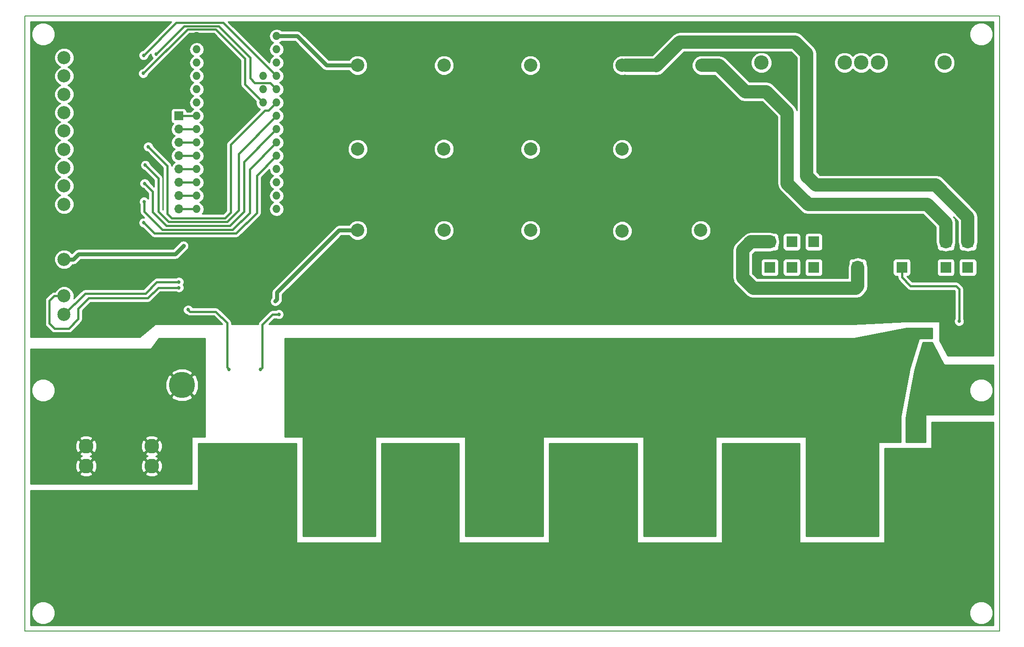
<source format=gbr>
G04 #@! TF.FileFunction,Copper,L2,Bot,Signal*
%FSLAX46Y46*%
G04 Gerber Fmt 4.6, Leading zero omitted, Abs format (unit mm)*
G04 Created by KiCad (PCBNEW 4.0.5) date 05/10/17 18:46:16*
%MOMM*%
%LPD*%
G01*
G04 APERTURE LIST*
%ADD10C,0.100000*%
%ADD11C,0.150000*%
%ADD12C,5.000000*%
%ADD13R,2.540000X2.540000*%
%ADD14C,2.540000*%
%ADD15O,1.524000X1.524000*%
%ADD16R,2.125980X2.125980*%
%ADD17C,2.800000*%
%ADD18C,2.500000*%
%ADD19R,1.700000X1.700000*%
%ADD20O,1.700000X1.700000*%
%ADD21C,2.750000*%
%ADD22C,0.685800*%
%ADD23C,2.540000*%
%ADD24C,0.381000*%
%ADD25C,0.762000*%
%ADD26C,0.254000*%
G04 APERTURE END LIST*
D10*
D11*
X192623000Y24538000D02*
X192623000Y142038000D01*
X6623000Y24538000D02*
X192623000Y24538000D01*
X6623000Y142038000D02*
X6623000Y24538000D01*
X192623000Y142038000D02*
X6623000Y142038000D01*
D12*
X60623000Y71538000D03*
D13*
X135623000Y95998000D03*
D14*
X135623000Y101078000D03*
D13*
X86623000Y95998000D03*
D14*
X86623000Y101078000D03*
D15*
X54668000Y105138000D03*
X39428000Y105138000D03*
X54668000Y110218000D03*
X54668000Y112758000D03*
X54668000Y107678000D03*
X39428000Y107678000D03*
X39428000Y110218000D03*
X54668000Y120378000D03*
X39428000Y112758000D03*
X54668000Y117838000D03*
X39428000Y115298000D03*
X54668000Y122918000D03*
X52123000Y127998000D03*
X54668000Y115298000D03*
X52123000Y130538000D03*
X54668000Y133078000D03*
X39428000Y120378000D03*
X52123000Y125458000D03*
X54668000Y138158000D03*
X54668000Y135618000D03*
X39428000Y122918000D03*
X39428000Y125458000D03*
X39428000Y138158000D03*
X39428000Y127998000D03*
X39428000Y117838000D03*
X39428000Y130538000D03*
X39428000Y133078000D03*
X39428000Y135618000D03*
X54668000Y127998000D03*
X54668000Y125458000D03*
X54668000Y130538000D03*
D16*
X186583560Y94001500D03*
X186583560Y98865600D03*
X182382400Y94001500D03*
X182382400Y98865600D03*
X178183780Y94001500D03*
X178183780Y98865600D03*
X173982620Y94001500D03*
X173982620Y98865600D03*
X169784000Y94001500D03*
X169784000Y98865600D03*
X165582840Y94001500D03*
X165582840Y98865600D03*
X161384220Y94001500D03*
X161384220Y98865600D03*
X157183060Y94001500D03*
X157183060Y98865600D03*
X152984440Y94001500D03*
X152984440Y98865600D03*
X148783280Y94001500D03*
X148788360Y98865600D03*
D17*
X113632847Y57136163D03*
X117432847Y57136163D03*
X113632847Y44636163D03*
X117432847Y44636163D03*
X128632847Y57136163D03*
X132432847Y57136163D03*
X128632847Y44636163D03*
X132432847Y44636163D03*
X48862847Y57136163D03*
X52662847Y57136163D03*
X48862847Y44636163D03*
X52662847Y44636163D03*
X63862847Y57136163D03*
X67662847Y57136163D03*
X63862847Y44636163D03*
X67662847Y44636163D03*
X80602847Y57136163D03*
X84402847Y57136163D03*
X80602847Y44636163D03*
X84402847Y44636163D03*
X95602847Y57136163D03*
X99402847Y57136163D03*
X95602847Y44636163D03*
X99402847Y44636163D03*
X145382847Y57136163D03*
X149182847Y57136163D03*
X145382847Y44636163D03*
X149182847Y44636163D03*
X160382847Y57136163D03*
X164182847Y57136163D03*
X160382847Y44636163D03*
X164182847Y44636163D03*
X18332847Y41066163D03*
X18332847Y44866163D03*
X30832847Y41066163D03*
X30832847Y44866163D03*
X18332847Y56066163D03*
X18332847Y59866163D03*
X30832847Y56066163D03*
X30832847Y59866163D03*
D13*
X176427000Y62077000D03*
D14*
X181507000Y62077000D03*
D13*
X86599000Y111532200D03*
D14*
X86599000Y116612200D03*
D13*
X135823000Y127498000D03*
D14*
X135823000Y132578000D03*
D13*
X120623000Y95876867D03*
D14*
X120623000Y100956867D03*
D13*
X70123000Y127498000D03*
D14*
X70123000Y132578000D03*
D13*
X70139800Y111506800D03*
D14*
X70139800Y116586800D03*
D13*
X120623000Y127498000D03*
D14*
X120623000Y132578000D03*
D13*
X103123000Y95998000D03*
D14*
X103123000Y101078000D03*
D13*
X86623000Y127498000D03*
D14*
X86623000Y132578000D03*
D13*
X103123000Y127498000D03*
D14*
X103123000Y132578000D03*
D18*
X14123000Y95538000D03*
X14123000Y92038000D03*
X14123000Y88538000D03*
X14123000Y85038000D03*
X14123000Y106038000D03*
X14123000Y109538000D03*
X14123000Y113038000D03*
X14123000Y116538000D03*
X14123000Y120038000D03*
X14123000Y123538000D03*
X14123000Y127038000D03*
X14123000Y130538000D03*
X14123000Y134038000D03*
D13*
X70123000Y95998000D03*
D14*
X70123000Y101078000D03*
D19*
X36003000Y122918000D03*
D20*
X36003000Y120378000D03*
X36003000Y117838000D03*
X36003000Y115298000D03*
X36003000Y112758000D03*
X36003000Y110218000D03*
X36003000Y107678000D03*
X36003000Y105138000D03*
D13*
X103123000Y111498000D03*
D14*
X103123000Y116578000D03*
D13*
X120623000Y111498000D03*
D14*
X120623000Y116578000D03*
D21*
X182123000Y114038000D03*
X147198000Y114038000D03*
X147198000Y133088000D03*
X182123000Y133088000D03*
X163073000Y133088000D03*
X166248000Y133088000D03*
X169423000Y133088000D03*
D12*
X36623000Y71538000D03*
D22*
X36923000Y98138000D03*
X184923000Y83738000D03*
X54423000Y87538000D03*
X36023000Y90138000D03*
X36023000Y91238000D03*
X29223000Y131038000D03*
X29305509Y134490647D03*
X31656383Y134738000D03*
X30175656Y117038000D03*
X29613756Y113538000D03*
X29494285Y110038000D03*
X29386909Y106538000D03*
X29323000Y102538000D03*
X37796189Y85910169D03*
X45623000Y74538000D03*
X55123000Y85038000D03*
X51623000Y74538000D03*
D23*
X186583560Y98865600D02*
X186583560Y103595342D01*
X157607323Y109721822D02*
X155850613Y111478532D01*
X186583560Y103595342D02*
X180457080Y109721822D01*
X127123000Y132538000D02*
X127083000Y132578000D01*
X180457080Y109721822D02*
X157607323Y109721822D01*
X155850613Y111478532D02*
X155850613Y134810387D01*
X155850613Y134810387D02*
X153623000Y137038000D01*
X153623000Y137038000D02*
X131623000Y137038000D01*
X131623000Y137038000D02*
X127123000Y132538000D01*
X127083000Y132578000D02*
X121276800Y132578000D01*
X135823000Y132578000D02*
X139083000Y132578000D01*
X156123000Y106038000D02*
X178812990Y106038000D01*
X139083000Y132578000D02*
X144123000Y127538000D01*
X144123000Y127538000D02*
X148123000Y127538000D01*
X148123000Y127538000D02*
X152123000Y123538000D01*
X152123000Y123538000D02*
X152123000Y110038000D01*
X152123000Y110038000D02*
X156123000Y106038000D01*
X182382400Y102468590D02*
X182382400Y98865600D01*
X178812990Y106038000D02*
X182382400Y102468590D01*
X145623000Y90038000D02*
X165222330Y90038000D01*
X165222330Y90038000D02*
X165582840Y90398510D01*
X165582840Y90398510D02*
X165582840Y94001500D01*
X143623000Y92038000D02*
X145623000Y90038000D01*
D24*
X173982620Y92097620D02*
X173982620Y94001500D01*
D25*
X54423000Y87538000D02*
X54765899Y87880899D01*
X54765899Y89238546D02*
X66605353Y101078000D01*
X54765899Y87880899D02*
X54765899Y89238546D01*
X66605353Y101078000D02*
X70123000Y101078000D01*
X54668000Y138158000D02*
X58603000Y138158000D01*
X58603000Y138158000D02*
X64183000Y132578000D01*
X64183000Y132578000D02*
X70123000Y132578000D01*
X14123000Y95538000D02*
X15890766Y95538000D01*
X15890766Y95538000D02*
X16918642Y96565876D01*
X16918642Y96565876D02*
X35350876Y96565876D01*
X35350876Y96565876D02*
X36923000Y98138000D01*
D24*
X184323000Y90438000D02*
X175642240Y90438000D01*
X175642240Y90438000D02*
X173982620Y92097620D01*
X184923000Y89838000D02*
X184323000Y90438000D01*
X184923000Y83738000D02*
X184923000Y89838000D01*
D23*
X143623000Y92038000D02*
X143623000Y97303230D01*
X143623000Y97303230D02*
X145185370Y98865600D01*
X145185370Y98865600D02*
X148788360Y98865600D01*
X103088800Y111532200D02*
X103123000Y111498000D01*
D24*
X11323000Y87638000D02*
X12223000Y88538000D01*
X12223000Y88538000D02*
X14123000Y88538000D01*
X11323000Y83338000D02*
X11323000Y87638000D01*
X12323000Y82338000D02*
X11323000Y83338000D01*
X15023000Y82338000D02*
X12323000Y82338000D01*
X16823000Y84138000D02*
X15023000Y82338000D01*
X16823000Y86138000D02*
X16823000Y84138000D01*
X18823000Y88138000D02*
X16823000Y86138000D01*
X30123000Y88138000D02*
X18823000Y88138000D01*
X32123000Y90138000D02*
X30123000Y88138000D01*
X36023000Y90138000D02*
X32123000Y90138000D01*
X29623000Y89038000D02*
X18123000Y89038000D01*
X18123000Y89038000D02*
X14123000Y85038000D01*
X31823000Y91238000D02*
X29623000Y89038000D01*
X36023000Y91238000D02*
X31823000Y91238000D01*
X52123000Y125458000D02*
X48618913Y128962087D01*
X48618913Y128962087D02*
X48618913Y133877504D01*
X48618913Y133877504D02*
X43006407Y139490010D01*
X43006407Y139490010D02*
X37675010Y139490010D01*
X37675010Y139490010D02*
X29565899Y131380899D01*
X29565899Y131380899D02*
X29223000Y131038000D01*
X54634423Y130538000D02*
X54668000Y130538000D01*
X29305509Y134490647D02*
X35519684Y140704822D01*
X35519684Y140704822D02*
X44467601Y140704822D01*
X44467601Y140704822D02*
X54634423Y130538000D01*
X54668000Y130538000D02*
X54668000Y130947356D01*
X54668000Y127998000D02*
X53420785Y129245215D01*
X53420785Y129245215D02*
X50530021Y129245215D01*
X50530021Y129245215D02*
X49649235Y130126001D01*
X49649235Y134078618D02*
X43645806Y140082047D01*
X49649235Y130126001D02*
X49649235Y134078618D01*
X43645806Y140082047D02*
X37000430Y140082047D01*
X37000430Y140082047D02*
X31999282Y135080899D01*
X31999282Y135080899D02*
X31656383Y134738000D01*
X54668000Y125458000D02*
X53906001Y124696001D01*
X53906001Y124696001D02*
X53881001Y124696001D01*
X53881001Y124696001D02*
X53123000Y123938000D01*
X52423000Y123938000D02*
X45923000Y117438000D01*
X33823000Y113390656D02*
X30175656Y117038000D01*
X53123000Y123938000D02*
X52423000Y123938000D01*
X45923000Y117438000D02*
X45923000Y104525450D01*
X45923000Y104525450D02*
X44800298Y103402748D01*
X44800298Y103402748D02*
X34658252Y103402748D01*
X34658252Y103402748D02*
X33823000Y104238000D01*
X33823000Y104238000D02*
X33823000Y113390656D01*
X54668000Y122918000D02*
X47423000Y115673000D01*
X47423000Y115673000D02*
X47423000Y104907669D01*
X47423000Y104907669D02*
X45217744Y102702413D01*
X45217744Y102702413D02*
X34104230Y102702413D01*
X34104230Y102702413D02*
X32123000Y104683643D01*
X32123000Y104683643D02*
X32123000Y111028756D01*
X32123000Y111028756D02*
X29956655Y113195101D01*
X29956655Y113195101D02*
X29613756Y113538000D01*
X54663872Y122918000D02*
X54668000Y122918000D01*
X29494285Y110038000D02*
X31023000Y108509285D01*
X31023000Y108509285D02*
X31023000Y104537072D01*
X31023000Y104537072D02*
X33635810Y101924262D01*
X33635810Y101924262D02*
X45722972Y101924262D01*
X45722972Y101924262D02*
X48423000Y104624290D01*
X48423000Y104624290D02*
X48423000Y114133000D01*
X53906001Y119616001D02*
X54668000Y120378000D01*
X48423000Y114133000D02*
X53906001Y119616001D01*
X54668000Y117838000D02*
X49523000Y112693000D01*
X49523000Y112693000D02*
X49523000Y104440912D01*
X49523000Y104440912D02*
X46286561Y101204473D01*
X46286561Y101204473D02*
X32856527Y101204473D01*
X32856527Y101204473D02*
X29386909Y104674091D01*
X29386909Y104674091D02*
X29386909Y106053067D01*
X29386909Y106053067D02*
X29386909Y106538000D01*
X54668000Y115298000D02*
X50923000Y111553000D01*
X50923000Y104433335D02*
X46974349Y100484684D01*
X50923000Y111553000D02*
X50923000Y104433335D01*
X46974349Y100484684D02*
X31376316Y100484684D01*
X31376316Y100484684D02*
X29665899Y102195101D01*
X29665899Y102195101D02*
X29323000Y102538000D01*
X54668000Y115283363D02*
X54668000Y115298000D01*
X45623000Y74538000D02*
X45231137Y74929863D01*
X45231137Y74929863D02*
X45231137Y83380498D01*
X43044365Y85567270D02*
X38139088Y85567270D01*
X45231137Y83380498D02*
X43044365Y85567270D01*
X38139088Y85567270D02*
X37796189Y85910169D01*
X51623000Y74538000D02*
X51959788Y74874788D01*
X53904279Y85038000D02*
X55123000Y85038000D01*
X51959788Y74874788D02*
X51959788Y83093509D01*
X51959788Y83093509D02*
X53904279Y85038000D01*
X36003000Y105138000D02*
X39428000Y105138000D01*
X39428000Y107678000D02*
X36003000Y107678000D01*
X36003000Y110218000D02*
X39428000Y110218000D01*
X39428000Y112758000D02*
X36003000Y112758000D01*
X36003000Y115298000D02*
X39428000Y115298000D01*
X36003000Y120378000D02*
X39428000Y120378000D01*
X39428000Y122918000D02*
X36003000Y122918000D01*
X39428000Y117838000D02*
X36003000Y117838000D01*
D26*
G36*
X29116140Y135468712D02*
X29111846Y135468716D01*
X28752297Y135320154D01*
X28476969Y135045306D01*
X28327779Y134686017D01*
X28327440Y134296984D01*
X28476002Y133937435D01*
X28750850Y133662107D01*
X29110139Y133512917D01*
X29499172Y133512578D01*
X29858721Y133661140D01*
X30134049Y133935988D01*
X30283239Y134295277D01*
X30283244Y134300948D01*
X30678446Y134696150D01*
X30678314Y134544337D01*
X30826876Y134184788D01*
X31014451Y133996885D01*
X29033631Y132016065D01*
X29029337Y132016069D01*
X28669788Y131867507D01*
X28394460Y131592659D01*
X28245270Y131233370D01*
X28244931Y130844337D01*
X28393493Y130484788D01*
X28668341Y130209460D01*
X29027630Y130060270D01*
X29416663Y130059931D01*
X29776212Y130208493D01*
X30051540Y130483341D01*
X30200730Y130842630D01*
X30200735Y130848301D01*
X38016943Y138664510D01*
X42664473Y138664510D01*
X47793413Y133535570D01*
X47793413Y128962087D01*
X47856250Y128646181D01*
X48035196Y128378370D01*
X50741259Y125672307D01*
X50698631Y125458000D01*
X50804971Y124923391D01*
X51107803Y124470172D01*
X51515394Y124197828D01*
X45339283Y118021717D01*
X45160337Y117753906D01*
X45114227Y117522095D01*
X45097500Y117438000D01*
X45097500Y104867383D01*
X44458364Y104228248D01*
X40495366Y104228248D01*
X40746029Y104603391D01*
X40852369Y105138000D01*
X40746029Y105672609D01*
X40443197Y106125828D01*
X40020898Y106408000D01*
X40443197Y106690172D01*
X40746029Y107143391D01*
X40852369Y107678000D01*
X40746029Y108212609D01*
X40443197Y108665828D01*
X40020898Y108948000D01*
X40443197Y109230172D01*
X40746029Y109683391D01*
X40852369Y110218000D01*
X40746029Y110752609D01*
X40443197Y111205828D01*
X40020898Y111488000D01*
X40443197Y111770172D01*
X40746029Y112223391D01*
X40852369Y112758000D01*
X40746029Y113292609D01*
X40443197Y113745828D01*
X40020898Y114028000D01*
X40443197Y114310172D01*
X40746029Y114763391D01*
X40852369Y115298000D01*
X40746029Y115832609D01*
X40443197Y116285828D01*
X40020898Y116568000D01*
X40443197Y116850172D01*
X40746029Y117303391D01*
X40852369Y117838000D01*
X40746029Y118372609D01*
X40443197Y118825828D01*
X40020898Y119108000D01*
X40443197Y119390172D01*
X40746029Y119843391D01*
X40852369Y120378000D01*
X40746029Y120912609D01*
X40443197Y121365828D01*
X40020898Y121648000D01*
X40443197Y121930172D01*
X40746029Y122383391D01*
X40852369Y122918000D01*
X40746029Y123452609D01*
X40443197Y123905828D01*
X40020898Y124188000D01*
X40443197Y124470172D01*
X40746029Y124923391D01*
X40852369Y125458000D01*
X40746029Y125992609D01*
X40443197Y126445828D01*
X40020898Y126728000D01*
X40443197Y127010172D01*
X40746029Y127463391D01*
X40852369Y127998000D01*
X40746029Y128532609D01*
X40443197Y128985828D01*
X40020898Y129268000D01*
X40443197Y129550172D01*
X40746029Y130003391D01*
X40852369Y130538000D01*
X40746029Y131072609D01*
X40443197Y131525828D01*
X40020898Y131808000D01*
X40443197Y132090172D01*
X40746029Y132543391D01*
X40852369Y133078000D01*
X40746029Y133612609D01*
X40443197Y134065828D01*
X40020898Y134348000D01*
X40443197Y134630172D01*
X40746029Y135083391D01*
X40852369Y135618000D01*
X40746029Y136152609D01*
X40443197Y136605828D01*
X39989978Y136908660D01*
X39455369Y137015000D01*
X39400631Y137015000D01*
X38866022Y136908660D01*
X38412803Y136605828D01*
X38109971Y136152609D01*
X38003631Y135618000D01*
X38109971Y135083391D01*
X38412803Y134630172D01*
X38835102Y134348000D01*
X38412803Y134065828D01*
X38109971Y133612609D01*
X38003631Y133078000D01*
X38109971Y132543391D01*
X38412803Y132090172D01*
X38835102Y131808000D01*
X38412803Y131525828D01*
X38109971Y131072609D01*
X38003631Y130538000D01*
X38109971Y130003391D01*
X38412803Y129550172D01*
X38835102Y129268000D01*
X38412803Y128985828D01*
X38109971Y128532609D01*
X38003631Y127998000D01*
X38109971Y127463391D01*
X38412803Y127010172D01*
X38835102Y126728000D01*
X38412803Y126445828D01*
X38109971Y125992609D01*
X38003631Y125458000D01*
X38109971Y124923391D01*
X38412803Y124470172D01*
X38835102Y124188000D01*
X38412803Y123905828D01*
X38304339Y123743500D01*
X37500440Y123743500D01*
X37500440Y123768000D01*
X37456162Y124003317D01*
X37317090Y124219441D01*
X37104890Y124364431D01*
X36853000Y124415440D01*
X35153000Y124415440D01*
X34917683Y124371162D01*
X34701559Y124232090D01*
X34556569Y124019890D01*
X34505560Y123768000D01*
X34505560Y122068000D01*
X34549838Y121832683D01*
X34688910Y121616559D01*
X34901110Y121471569D01*
X34968541Y121457914D01*
X34923853Y121428054D01*
X34601946Y120946285D01*
X34488907Y120378000D01*
X34601946Y119809715D01*
X34923853Y119327946D01*
X35253026Y119108000D01*
X34923853Y118888054D01*
X34601946Y118406285D01*
X34488907Y117838000D01*
X34601946Y117269715D01*
X34923853Y116787946D01*
X35253026Y116568000D01*
X34923853Y116348054D01*
X34601946Y115866285D01*
X34488907Y115298000D01*
X34601946Y114729715D01*
X34923853Y114247946D01*
X35253026Y114028000D01*
X34923853Y113808054D01*
X34647687Y113394742D01*
X34585663Y113706561D01*
X34406717Y113974373D01*
X34406714Y113974375D01*
X31153721Y117227369D01*
X31153725Y117231663D01*
X31005163Y117591212D01*
X30730315Y117866540D01*
X30371026Y118015730D01*
X29981993Y118016069D01*
X29622444Y117867507D01*
X29347116Y117592659D01*
X29197926Y117233370D01*
X29197587Y116844337D01*
X29346149Y116484788D01*
X29620997Y116209460D01*
X29980286Y116060270D01*
X29985957Y116060265D01*
X32997500Y113048723D01*
X32997500Y104976577D01*
X32948500Y105025577D01*
X32948500Y111028756D01*
X32885663Y111344661D01*
X32706717Y111612473D01*
X32706714Y111612475D01*
X30591821Y113727369D01*
X30591825Y113731663D01*
X30443263Y114091212D01*
X30168415Y114366540D01*
X29809126Y114515730D01*
X29420093Y114516069D01*
X29060544Y114367507D01*
X28785216Y114092659D01*
X28636026Y113733370D01*
X28635687Y113344337D01*
X28784249Y112984788D01*
X29059097Y112709460D01*
X29418386Y112560270D01*
X29424057Y112560265D01*
X31297500Y110686823D01*
X31297500Y109402218D01*
X30472350Y110227368D01*
X30472354Y110231663D01*
X30323792Y110591212D01*
X30048944Y110866540D01*
X29689655Y111015730D01*
X29300622Y111016069D01*
X28941073Y110867507D01*
X28665745Y110592659D01*
X28516555Y110233370D01*
X28516216Y109844337D01*
X28664778Y109484788D01*
X28939626Y109209460D01*
X29298915Y109060270D01*
X29304586Y109060265D01*
X30197500Y108167352D01*
X30197500Y107110161D01*
X29941568Y107366540D01*
X29582279Y107515730D01*
X29193246Y107516069D01*
X28833697Y107367507D01*
X28558369Y107092659D01*
X28409179Y106733370D01*
X28408840Y106344337D01*
X28557402Y105984788D01*
X28561409Y105980774D01*
X28561409Y104674091D01*
X28624246Y104358185D01*
X28803192Y104090374D01*
X29377713Y103515853D01*
X29129337Y103516069D01*
X28769788Y103367507D01*
X28494460Y103092659D01*
X28345270Y102733370D01*
X28344931Y102344337D01*
X28493493Y101984788D01*
X28768341Y101709460D01*
X29127630Y101560270D01*
X29133301Y101560265D01*
X30792599Y99900967D01*
X31060410Y99722021D01*
X31376316Y99659183D01*
X31376321Y99659184D01*
X46974349Y99659184D01*
X47290255Y99722021D01*
X47558066Y99900967D01*
X51506717Y103849618D01*
X51685663Y104117430D01*
X51748501Y104433335D01*
X51748500Y104433340D01*
X51748500Y111211066D01*
X53252226Y112714792D01*
X53349971Y112223391D01*
X53652803Y111770172D01*
X54075102Y111488000D01*
X53652803Y111205828D01*
X53349971Y110752609D01*
X53243631Y110218000D01*
X53349971Y109683391D01*
X53652803Y109230172D01*
X54075102Y108948000D01*
X53652803Y108665828D01*
X53349971Y108212609D01*
X53243631Y107678000D01*
X53349971Y107143391D01*
X53652803Y106690172D01*
X54075102Y106408000D01*
X53652803Y106125828D01*
X53349971Y105672609D01*
X53243631Y105138000D01*
X53349971Y104603391D01*
X53652803Y104150172D01*
X54106022Y103847340D01*
X54640631Y103741000D01*
X54695369Y103741000D01*
X55229978Y103847340D01*
X55683197Y104150172D01*
X55986029Y104603391D01*
X56092369Y105138000D01*
X55986029Y105672609D01*
X55683197Y106125828D01*
X55260898Y106408000D01*
X55683197Y106690172D01*
X55986029Y107143391D01*
X56092369Y107678000D01*
X55986029Y108212609D01*
X55683197Y108665828D01*
X55260898Y108948000D01*
X55683197Y109230172D01*
X55986029Y109683391D01*
X56092369Y110218000D01*
X55986029Y110752609D01*
X55683197Y111205828D01*
X55260898Y111488000D01*
X55683197Y111770172D01*
X55986029Y112223391D01*
X56092369Y112758000D01*
X55986029Y113292609D01*
X55683197Y113745828D01*
X55260898Y114028000D01*
X55683197Y114310172D01*
X55986029Y114763391D01*
X56092369Y115298000D01*
X55986029Y115832609D01*
X55734175Y116209535D01*
X68234470Y116209535D01*
X68523878Y115509114D01*
X69059295Y114972761D01*
X69759210Y114682132D01*
X70517065Y114681470D01*
X71217486Y114970878D01*
X71753839Y115506295D01*
X72044468Y116206210D01*
X72044493Y116234935D01*
X84693670Y116234935D01*
X84983078Y115534514D01*
X85518495Y114998161D01*
X86218410Y114707532D01*
X86976265Y114706870D01*
X87676686Y114996278D01*
X88213039Y115531695D01*
X88490847Y116200735D01*
X101217670Y116200735D01*
X101507078Y115500314D01*
X102042495Y114963961D01*
X102742410Y114673332D01*
X103500265Y114672670D01*
X104200686Y114962078D01*
X104737039Y115497495D01*
X105027668Y116197410D01*
X105027670Y116200735D01*
X118717670Y116200735D01*
X119007078Y115500314D01*
X119542495Y114963961D01*
X120242410Y114673332D01*
X121000265Y114672670D01*
X121700686Y114962078D01*
X122237039Y115497495D01*
X122527668Y116197410D01*
X122528330Y116955265D01*
X122238922Y117655686D01*
X121703505Y118192039D01*
X121003590Y118482668D01*
X120245735Y118483330D01*
X119545314Y118193922D01*
X119008961Y117658505D01*
X118718332Y116958590D01*
X118717670Y116200735D01*
X105027670Y116200735D01*
X105028330Y116955265D01*
X104738922Y117655686D01*
X104203505Y118192039D01*
X103503590Y118482668D01*
X102745735Y118483330D01*
X102045314Y118193922D01*
X101508961Y117658505D01*
X101218332Y116958590D01*
X101217670Y116200735D01*
X88490847Y116200735D01*
X88503668Y116231610D01*
X88504330Y116989465D01*
X88214922Y117689886D01*
X87679505Y118226239D01*
X86979590Y118516868D01*
X86221735Y118517530D01*
X85521314Y118228122D01*
X84984961Y117692705D01*
X84694332Y116992790D01*
X84693670Y116234935D01*
X72044493Y116234935D01*
X72045130Y116964065D01*
X71755722Y117664486D01*
X71220305Y118200839D01*
X70520390Y118491468D01*
X69762535Y118492130D01*
X69062114Y118202722D01*
X68525761Y117667305D01*
X68235132Y116967390D01*
X68234470Y116209535D01*
X55734175Y116209535D01*
X55683197Y116285828D01*
X55260898Y116568000D01*
X55683197Y116850172D01*
X55986029Y117303391D01*
X56092369Y117838000D01*
X55986029Y118372609D01*
X55683197Y118825828D01*
X55260898Y119108000D01*
X55683197Y119390172D01*
X55986029Y119843391D01*
X56092369Y120378000D01*
X55986029Y120912609D01*
X55683197Y121365828D01*
X55260898Y121648000D01*
X55683197Y121930172D01*
X55986029Y122383391D01*
X56092369Y122918000D01*
X55986029Y123452609D01*
X55683197Y123905828D01*
X55260898Y124188000D01*
X55683197Y124470172D01*
X55986029Y124923391D01*
X56092369Y125458000D01*
X55986029Y125992609D01*
X55683197Y126445828D01*
X55260898Y126728000D01*
X55683197Y127010172D01*
X55986029Y127463391D01*
X56092369Y127998000D01*
X55986029Y128532609D01*
X55683197Y128985828D01*
X55260898Y129268000D01*
X55683197Y129550172D01*
X55986029Y130003391D01*
X56092369Y130538000D01*
X55986029Y131072609D01*
X55683197Y131525828D01*
X55260898Y131808000D01*
X55683197Y132090172D01*
X55986029Y132543391D01*
X56092369Y133078000D01*
X55986029Y133612609D01*
X55683197Y134065828D01*
X55260898Y134348000D01*
X55683197Y134630172D01*
X55986029Y135083391D01*
X56092369Y135618000D01*
X55986029Y136152609D01*
X55683197Y136605828D01*
X55260898Y136888000D01*
X55641035Y137142000D01*
X58182160Y137142000D01*
X63464580Y131859579D01*
X63794193Y131639338D01*
X64183000Y131562000D01*
X68481590Y131562000D01*
X68507078Y131500314D01*
X69042495Y130963961D01*
X69742410Y130673332D01*
X70500265Y130672670D01*
X71200686Y130962078D01*
X71737039Y131497495D01*
X72027668Y132197410D01*
X72027670Y132200735D01*
X84717670Y132200735D01*
X85007078Y131500314D01*
X85542495Y130963961D01*
X86242410Y130673332D01*
X87000265Y130672670D01*
X87700686Y130962078D01*
X88237039Y131497495D01*
X88527668Y132197410D01*
X88527670Y132200735D01*
X101217670Y132200735D01*
X101507078Y131500314D01*
X102042495Y130963961D01*
X102742410Y130673332D01*
X103500265Y130672670D01*
X104200686Y130962078D01*
X104737039Y131497495D01*
X105027668Y132197410D01*
X105027670Y132200735D01*
X118717670Y132200735D01*
X119007078Y131500314D01*
X119542495Y130963961D01*
X120242410Y130673332D01*
X121000265Y130672670D01*
X121090668Y130710024D01*
X121276800Y130673000D01*
X126921906Y130673000D01*
X127123000Y130633000D01*
X127852013Y130778009D01*
X128470039Y131190961D01*
X128470043Y131190967D01*
X132412076Y135133000D01*
X152833924Y135133000D01*
X153945613Y134021310D01*
X153945613Y123952189D01*
X153882991Y124267012D01*
X153807431Y124380095D01*
X153470038Y124885039D01*
X149470038Y128885038D01*
X148852012Y129297991D01*
X148839393Y129300501D01*
X148123000Y129443000D01*
X144912077Y129443000D01*
X141665137Y132689940D01*
X145187652Y132689940D01*
X145493012Y131950914D01*
X146057940Y131384999D01*
X146796432Y131078350D01*
X147596060Y131077652D01*
X148335086Y131383012D01*
X148901001Y131947940D01*
X149207650Y132686432D01*
X149208348Y133486060D01*
X148902988Y134225086D01*
X148338060Y134791001D01*
X147599568Y135097650D01*
X146799940Y135098348D01*
X146060914Y134792988D01*
X145494999Y134228060D01*
X145188350Y133489568D01*
X145187652Y132689940D01*
X141665137Y132689940D01*
X140430038Y133925038D01*
X139812012Y134337991D01*
X139083000Y134483000D01*
X135823518Y134483000D01*
X135445735Y134483330D01*
X134745314Y134193922D01*
X134208961Y133658505D01*
X133918332Y132958590D01*
X133917670Y132200735D01*
X134207078Y131500314D01*
X134742495Y130963961D01*
X135442410Y130673332D01*
X136200265Y130672670D01*
X136201064Y130673000D01*
X138293924Y130673000D01*
X142775961Y126190962D01*
X143393988Y125778009D01*
X144123000Y125633000D01*
X147333924Y125633000D01*
X150218000Y122748923D01*
X150218000Y110038000D01*
X150357878Y109334785D01*
X150363009Y109308988D01*
X150775962Y108690962D01*
X154775961Y104690962D01*
X155152984Y104439043D01*
X155393988Y104278009D01*
X156123000Y104133000D01*
X178023914Y104133000D01*
X180477400Y101679514D01*
X180477400Y98865600D01*
X180622409Y98136588D01*
X180671970Y98062415D01*
X180671970Y97802610D01*
X180716248Y97567293D01*
X180855320Y97351169D01*
X181067520Y97206179D01*
X181319410Y97155170D01*
X181579215Y97155170D01*
X181653388Y97105609D01*
X182382400Y96960600D01*
X183111412Y97105609D01*
X183185585Y97155170D01*
X183445390Y97155170D01*
X183680707Y97199448D01*
X183896831Y97338520D01*
X184041821Y97550720D01*
X184092830Y97802610D01*
X184092830Y98062415D01*
X184142391Y98136588D01*
X184287400Y98865600D01*
X184287400Y102468590D01*
X184142391Y103197602D01*
X183850743Y103634083D01*
X184678560Y102806266D01*
X184678560Y98865600D01*
X184823569Y98136588D01*
X184873130Y98062415D01*
X184873130Y97802610D01*
X184917408Y97567293D01*
X185056480Y97351169D01*
X185268680Y97206179D01*
X185520570Y97155170D01*
X185780375Y97155170D01*
X185854548Y97105609D01*
X186583560Y96960600D01*
X187312572Y97105609D01*
X187386745Y97155170D01*
X187646550Y97155170D01*
X187881867Y97199448D01*
X188097991Y97338520D01*
X188242981Y97550720D01*
X188293990Y97802610D01*
X188293990Y98062415D01*
X188343551Y98136588D01*
X188488560Y98865600D01*
X188488560Y103595342D01*
X188343551Y104324354D01*
X187930598Y104942380D01*
X181804118Y111068860D01*
X181186092Y111481813D01*
X180457080Y111626822D01*
X158396399Y111626822D01*
X157755613Y112267608D01*
X157755613Y132689940D01*
X161062652Y132689940D01*
X161368012Y131950914D01*
X161932940Y131384999D01*
X162671432Y131078350D01*
X163471060Y131077652D01*
X164210086Y131383012D01*
X164660790Y131832930D01*
X165107940Y131384999D01*
X165846432Y131078350D01*
X166646060Y131077652D01*
X167385086Y131383012D01*
X167835790Y131832930D01*
X168282940Y131384999D01*
X169021432Y131078350D01*
X169821060Y131077652D01*
X170560086Y131383012D01*
X171126001Y131947940D01*
X171432650Y132686432D01*
X171432653Y132689940D01*
X180112652Y132689940D01*
X180418012Y131950914D01*
X180982940Y131384999D01*
X181721432Y131078350D01*
X182521060Y131077652D01*
X183260086Y131383012D01*
X183826001Y131947940D01*
X184132650Y132686432D01*
X184133348Y133486060D01*
X183827988Y134225086D01*
X183263060Y134791001D01*
X182524568Y135097650D01*
X181724940Y135098348D01*
X180985914Y134792988D01*
X180419999Y134228060D01*
X180113350Y133489568D01*
X180112652Y132689940D01*
X171432653Y132689940D01*
X171433348Y133486060D01*
X171127988Y134225086D01*
X170563060Y134791001D01*
X169824568Y135097650D01*
X169024940Y135098348D01*
X168285914Y134792988D01*
X167835210Y134343070D01*
X167388060Y134791001D01*
X166649568Y135097650D01*
X165849940Y135098348D01*
X165110914Y134792988D01*
X164660210Y134343070D01*
X164213060Y134791001D01*
X163474568Y135097650D01*
X162674940Y135098348D01*
X161935914Y134792988D01*
X161369999Y134228060D01*
X161063350Y133489568D01*
X161062652Y132689940D01*
X157755613Y132689940D01*
X157755613Y134810387D01*
X157610604Y135539399D01*
X157526937Y135664615D01*
X157197652Y136157425D01*
X155259696Y138095381D01*
X186887613Y138095381D01*
X187227155Y137273628D01*
X187855321Y136644364D01*
X188676481Y136303389D01*
X189565619Y136302613D01*
X190387372Y136642155D01*
X191016636Y137270321D01*
X191357611Y138091481D01*
X191358387Y138980619D01*
X191018845Y139802372D01*
X190390679Y140431636D01*
X189569519Y140772611D01*
X188680381Y140773387D01*
X187858628Y140433845D01*
X187229364Y139805679D01*
X186888389Y138984519D01*
X186887613Y138095381D01*
X155259696Y138095381D01*
X154970038Y138385038D01*
X154352012Y138797991D01*
X153623000Y138943000D01*
X131623000Y138943000D01*
X130893988Y138797991D01*
X130275962Y138385038D01*
X126373924Y134483000D01*
X121276800Y134483000D01*
X121091538Y134446149D01*
X121003590Y134482668D01*
X120245735Y134483330D01*
X119545314Y134193922D01*
X119008961Y133658505D01*
X118718332Y132958590D01*
X118717670Y132200735D01*
X105027670Y132200735D01*
X105028330Y132955265D01*
X104738922Y133655686D01*
X104203505Y134192039D01*
X103503590Y134482668D01*
X102745735Y134483330D01*
X102045314Y134193922D01*
X101508961Y133658505D01*
X101218332Y132958590D01*
X101217670Y132200735D01*
X88527670Y132200735D01*
X88528330Y132955265D01*
X88238922Y133655686D01*
X87703505Y134192039D01*
X87003590Y134482668D01*
X86245735Y134483330D01*
X85545314Y134193922D01*
X85008961Y133658505D01*
X84718332Y132958590D01*
X84717670Y132200735D01*
X72027670Y132200735D01*
X72028330Y132955265D01*
X71738922Y133655686D01*
X71203505Y134192039D01*
X70503590Y134482668D01*
X69745735Y134483330D01*
X69045314Y134193922D01*
X68508961Y133658505D01*
X68482176Y133594000D01*
X64603841Y133594000D01*
X59321420Y138876420D01*
X58991807Y139096662D01*
X58927300Y139109493D01*
X58603000Y139174000D01*
X55641035Y139174000D01*
X55229978Y139448660D01*
X54695369Y139555000D01*
X54640631Y139555000D01*
X54106022Y139448660D01*
X53652803Y139145828D01*
X53349971Y138692609D01*
X53243631Y138158000D01*
X53349971Y137623391D01*
X53652803Y137170172D01*
X54075102Y136888000D01*
X53652803Y136605828D01*
X53349971Y136152609D01*
X53243631Y135618000D01*
X53349971Y135083391D01*
X53652803Y134630172D01*
X54075102Y134348000D01*
X53652803Y134065828D01*
X53349971Y133612609D01*
X53246655Y133093201D01*
X45428857Y140911000D01*
X191496000Y140911000D01*
X191496000Y77165000D01*
X182701490Y77165000D01*
X181250000Y80067980D01*
X181250000Y83538000D01*
X181239994Y83587410D01*
X181211553Y83629035D01*
X181169159Y83656315D01*
X181123000Y83665000D01*
X174623000Y83665000D01*
X174616658Y83664842D01*
X164619818Y83165000D01*
X53198713Y83165000D01*
X54246212Y84212500D01*
X54565306Y84212500D01*
X54568341Y84209460D01*
X54927630Y84060270D01*
X55316663Y84059931D01*
X55676212Y84208493D01*
X55951540Y84483341D01*
X56100730Y84842630D01*
X56101069Y85231663D01*
X55952507Y85591212D01*
X55677659Y85866540D01*
X55318370Y86015730D01*
X54929337Y86016069D01*
X54569788Y85867507D01*
X54565774Y85863500D01*
X53904284Y85863500D01*
X53904279Y85863501D01*
X53588374Y85800663D01*
X53320562Y85621717D01*
X53320560Y85621714D01*
X51376071Y83677226D01*
X51197125Y83409415D01*
X51197125Y83409414D01*
X51148508Y83165000D01*
X46056637Y83165000D01*
X46056637Y83380493D01*
X46056638Y83380498D01*
X45993800Y83696403D01*
X45887046Y83856172D01*
X45814854Y83964215D01*
X45814851Y83964217D01*
X43628082Y86150987D01*
X43360271Y86329933D01*
X43044365Y86392770D01*
X38654872Y86392770D01*
X38625696Y86463381D01*
X38350848Y86738709D01*
X37991559Y86887899D01*
X37602526Y86888238D01*
X37242977Y86739676D01*
X36967649Y86464828D01*
X36818459Y86105539D01*
X36818120Y85716506D01*
X36966682Y85356957D01*
X37241530Y85081629D01*
X37600819Y84932439D01*
X37631909Y84932412D01*
X37823183Y84804607D01*
X38139088Y84741770D01*
X42702431Y84741770D01*
X44279202Y83165000D01*
X31623000Y83165000D01*
X31573590Y83154994D01*
X31541697Y83135564D01*
X28577020Y80665000D01*
X7750000Y80665000D01*
X7750000Y87638000D01*
X10497500Y87638000D01*
X10497500Y83338000D01*
X10560337Y83022094D01*
X10739283Y82754283D01*
X11739281Y81754286D01*
X11739283Y81754283D01*
X12007095Y81575337D01*
X12323000Y81512499D01*
X12323005Y81512500D01*
X15023000Y81512500D01*
X15338906Y81575337D01*
X15606717Y81754283D01*
X17406714Y83554281D01*
X17406717Y83554283D01*
X17585663Y83822095D01*
X17648500Y84138000D01*
X17648500Y85796066D01*
X19164934Y87312500D01*
X30123000Y87312500D01*
X30438906Y87375337D01*
X30682347Y87538000D01*
X53407001Y87538000D01*
X53444934Y87347296D01*
X53444931Y87344337D01*
X53446071Y87341578D01*
X53484338Y87149193D01*
X53592362Y86987524D01*
X53593493Y86984788D01*
X53595603Y86982674D01*
X53704580Y86819580D01*
X53866250Y86711555D01*
X53868341Y86709460D01*
X53871099Y86708315D01*
X54034193Y86599338D01*
X54224895Y86561406D01*
X54227630Y86560270D01*
X54230618Y86560267D01*
X54423000Y86522001D01*
X54613704Y86559934D01*
X54616663Y86559931D01*
X54619422Y86561071D01*
X54811807Y86599338D01*
X54973476Y86707362D01*
X54976212Y86708493D01*
X54978326Y86710603D01*
X55141420Y86819580D01*
X55484319Y87162478D01*
X55689023Y87468839D01*
X55704561Y87492093D01*
X55781899Y87880899D01*
X55781899Y88817706D01*
X64267423Y97303230D01*
X141718000Y97303230D01*
X141718000Y92038000D01*
X141814292Y91553906D01*
X141863009Y91308988D01*
X142275962Y90690962D01*
X144275961Y88690962D01*
X144710424Y88400663D01*
X144893988Y88278009D01*
X145623000Y88133000D01*
X165222330Y88133000D01*
X165951342Y88278009D01*
X166569368Y88690962D01*
X166929878Y89051471D01*
X167342831Y89669498D01*
X167397160Y89942630D01*
X167487840Y90398510D01*
X167487840Y94001500D01*
X167342831Y94730512D01*
X167293270Y94804685D01*
X167293270Y95064490D01*
X172272190Y95064490D01*
X172272190Y92938510D01*
X172316468Y92703193D01*
X172455540Y92487069D01*
X172667740Y92342079D01*
X172919630Y92291070D01*
X173157120Y92291070D01*
X173157120Y92097620D01*
X173219957Y91781714D01*
X173398903Y91513903D01*
X175058523Y89854283D01*
X175326334Y89675337D01*
X175642240Y89612500D01*
X183981066Y89612500D01*
X184097500Y89496066D01*
X184097500Y84295694D01*
X184094460Y84292659D01*
X183945270Y83933370D01*
X183944931Y83544337D01*
X184093493Y83184788D01*
X184368341Y82909460D01*
X184727630Y82760270D01*
X185116663Y82759931D01*
X185476212Y82908493D01*
X185751540Y83183341D01*
X185900730Y83542630D01*
X185901069Y83931663D01*
X185752507Y84291212D01*
X185748500Y84295226D01*
X185748500Y89838000D01*
X185691991Y90122094D01*
X185685663Y90153906D01*
X185506717Y90421717D01*
X184906717Y91021717D01*
X184638906Y91200663D01*
X184323000Y91263500D01*
X175984174Y91263500D01*
X174956604Y92291070D01*
X175045610Y92291070D01*
X175280927Y92335348D01*
X175497051Y92474420D01*
X175642041Y92686620D01*
X175693050Y92938510D01*
X175693050Y95064490D01*
X180671970Y95064490D01*
X180671970Y92938510D01*
X180716248Y92703193D01*
X180855320Y92487069D01*
X181067520Y92342079D01*
X181319410Y92291070D01*
X183445390Y92291070D01*
X183680707Y92335348D01*
X183896831Y92474420D01*
X184041821Y92686620D01*
X184092830Y92938510D01*
X184092830Y95064490D01*
X184873130Y95064490D01*
X184873130Y92938510D01*
X184917408Y92703193D01*
X185056480Y92487069D01*
X185268680Y92342079D01*
X185520570Y92291070D01*
X187646550Y92291070D01*
X187881867Y92335348D01*
X188097991Y92474420D01*
X188242981Y92686620D01*
X188293990Y92938510D01*
X188293990Y95064490D01*
X188249712Y95299807D01*
X188110640Y95515931D01*
X187898440Y95660921D01*
X187646550Y95711930D01*
X185520570Y95711930D01*
X185285253Y95667652D01*
X185069129Y95528580D01*
X184924139Y95316380D01*
X184873130Y95064490D01*
X184092830Y95064490D01*
X184048552Y95299807D01*
X183909480Y95515931D01*
X183697280Y95660921D01*
X183445390Y95711930D01*
X181319410Y95711930D01*
X181084093Y95667652D01*
X180867969Y95528580D01*
X180722979Y95316380D01*
X180671970Y95064490D01*
X175693050Y95064490D01*
X175648772Y95299807D01*
X175509700Y95515931D01*
X175297500Y95660921D01*
X175045610Y95711930D01*
X172919630Y95711930D01*
X172684313Y95667652D01*
X172468189Y95528580D01*
X172323199Y95316380D01*
X172272190Y95064490D01*
X167293270Y95064490D01*
X167248992Y95299807D01*
X167109920Y95515931D01*
X166897720Y95660921D01*
X166645830Y95711930D01*
X166386025Y95711930D01*
X166311852Y95761491D01*
X165582840Y95906500D01*
X164853828Y95761491D01*
X164779655Y95711930D01*
X164519850Y95711930D01*
X164284533Y95667652D01*
X164068409Y95528580D01*
X163923419Y95316380D01*
X163872410Y95064490D01*
X163872410Y94804685D01*
X163822849Y94730512D01*
X163677840Y94001500D01*
X163677840Y91943000D01*
X146412077Y91943000D01*
X145528000Y92827076D01*
X145528000Y95064490D01*
X147072850Y95064490D01*
X147072850Y92938510D01*
X147117128Y92703193D01*
X147256200Y92487069D01*
X147468400Y92342079D01*
X147720290Y92291070D01*
X149846270Y92291070D01*
X150081587Y92335348D01*
X150297711Y92474420D01*
X150442701Y92686620D01*
X150493710Y92938510D01*
X150493710Y95064490D01*
X151274010Y95064490D01*
X151274010Y92938510D01*
X151318288Y92703193D01*
X151457360Y92487069D01*
X151669560Y92342079D01*
X151921450Y92291070D01*
X154047430Y92291070D01*
X154282747Y92335348D01*
X154498871Y92474420D01*
X154643861Y92686620D01*
X154694870Y92938510D01*
X154694870Y95064490D01*
X155472630Y95064490D01*
X155472630Y92938510D01*
X155516908Y92703193D01*
X155655980Y92487069D01*
X155868180Y92342079D01*
X156120070Y92291070D01*
X158246050Y92291070D01*
X158481367Y92335348D01*
X158697491Y92474420D01*
X158842481Y92686620D01*
X158893490Y92938510D01*
X158893490Y95064490D01*
X158849212Y95299807D01*
X158710140Y95515931D01*
X158497940Y95660921D01*
X158246050Y95711930D01*
X156120070Y95711930D01*
X155884753Y95667652D01*
X155668629Y95528580D01*
X155523639Y95316380D01*
X155472630Y95064490D01*
X154694870Y95064490D01*
X154650592Y95299807D01*
X154511520Y95515931D01*
X154299320Y95660921D01*
X154047430Y95711930D01*
X151921450Y95711930D01*
X151686133Y95667652D01*
X151470009Y95528580D01*
X151325019Y95316380D01*
X151274010Y95064490D01*
X150493710Y95064490D01*
X150449432Y95299807D01*
X150310360Y95515931D01*
X150098160Y95660921D01*
X149846270Y95711930D01*
X147720290Y95711930D01*
X147484973Y95667652D01*
X147268849Y95528580D01*
X147123859Y95316380D01*
X147072850Y95064490D01*
X145528000Y95064490D01*
X145528000Y96514154D01*
X145974447Y96960600D01*
X148788360Y96960600D01*
X149517372Y97105609D01*
X149591545Y97155170D01*
X149851350Y97155170D01*
X150086667Y97199448D01*
X150302791Y97338520D01*
X150447781Y97550720D01*
X150498790Y97802610D01*
X150498790Y98062415D01*
X150548351Y98136588D01*
X150693360Y98865600D01*
X150548351Y99594612D01*
X150498790Y99668785D01*
X150498790Y99928590D01*
X151274010Y99928590D01*
X151274010Y97802610D01*
X151318288Y97567293D01*
X151457360Y97351169D01*
X151669560Y97206179D01*
X151921450Y97155170D01*
X154047430Y97155170D01*
X154282747Y97199448D01*
X154498871Y97338520D01*
X154643861Y97550720D01*
X154694870Y97802610D01*
X154694870Y99928590D01*
X155472630Y99928590D01*
X155472630Y97802610D01*
X155516908Y97567293D01*
X155655980Y97351169D01*
X155868180Y97206179D01*
X156120070Y97155170D01*
X158246050Y97155170D01*
X158481367Y97199448D01*
X158697491Y97338520D01*
X158842481Y97550720D01*
X158893490Y97802610D01*
X158893490Y99928590D01*
X158849212Y100163907D01*
X158710140Y100380031D01*
X158497940Y100525021D01*
X158246050Y100576030D01*
X156120070Y100576030D01*
X155884753Y100531752D01*
X155668629Y100392680D01*
X155523639Y100180480D01*
X155472630Y99928590D01*
X154694870Y99928590D01*
X154650592Y100163907D01*
X154511520Y100380031D01*
X154299320Y100525021D01*
X154047430Y100576030D01*
X151921450Y100576030D01*
X151686133Y100531752D01*
X151470009Y100392680D01*
X151325019Y100180480D01*
X151274010Y99928590D01*
X150498790Y99928590D01*
X150454512Y100163907D01*
X150315440Y100380031D01*
X150103240Y100525021D01*
X149851350Y100576030D01*
X149591545Y100576030D01*
X149517372Y100625591D01*
X148788360Y100770600D01*
X145185370Y100770600D01*
X144456358Y100625591D01*
X143838332Y100212639D01*
X142275962Y98650268D01*
X141863009Y98032242D01*
X141718000Y97303230D01*
X64267423Y97303230D01*
X67026194Y100062000D01*
X68481590Y100062000D01*
X68507078Y100000314D01*
X69042495Y99463961D01*
X69742410Y99173332D01*
X70500265Y99172670D01*
X71200686Y99462078D01*
X71737039Y99997495D01*
X72027668Y100697410D01*
X72027670Y100700735D01*
X84717670Y100700735D01*
X85007078Y100000314D01*
X85542495Y99463961D01*
X86242410Y99173332D01*
X87000265Y99172670D01*
X87700686Y99462078D01*
X88237039Y99997495D01*
X88527668Y100697410D01*
X88527670Y100700735D01*
X101217670Y100700735D01*
X101507078Y100000314D01*
X102042495Y99463961D01*
X102742410Y99173332D01*
X103500265Y99172670D01*
X104200686Y99462078D01*
X104737039Y99997495D01*
X104978750Y100579602D01*
X118717670Y100579602D01*
X119007078Y99879181D01*
X119542495Y99342828D01*
X120242410Y99052199D01*
X121000265Y99051537D01*
X121700686Y99340945D01*
X122237039Y99876362D01*
X122527668Y100576277D01*
X122527776Y100700735D01*
X133717670Y100700735D01*
X134007078Y100000314D01*
X134542495Y99463961D01*
X135242410Y99173332D01*
X136000265Y99172670D01*
X136700686Y99462078D01*
X137237039Y99997495D01*
X137527668Y100697410D01*
X137528330Y101455265D01*
X137238922Y102155686D01*
X136703505Y102692039D01*
X136003590Y102982668D01*
X135245735Y102983330D01*
X134545314Y102693922D01*
X134008961Y102158505D01*
X133718332Y101458590D01*
X133717670Y100700735D01*
X122527776Y100700735D01*
X122528330Y101334132D01*
X122238922Y102034553D01*
X121703505Y102570906D01*
X121003590Y102861535D01*
X120245735Y102862197D01*
X119545314Y102572789D01*
X119008961Y102037372D01*
X118718332Y101337457D01*
X118717670Y100579602D01*
X104978750Y100579602D01*
X105027668Y100697410D01*
X105028330Y101455265D01*
X104738922Y102155686D01*
X104203505Y102692039D01*
X103503590Y102982668D01*
X102745735Y102983330D01*
X102045314Y102693922D01*
X101508961Y102158505D01*
X101218332Y101458590D01*
X101217670Y100700735D01*
X88527670Y100700735D01*
X88528330Y101455265D01*
X88238922Y102155686D01*
X87703505Y102692039D01*
X87003590Y102982668D01*
X86245735Y102983330D01*
X85545314Y102693922D01*
X85008961Y102158505D01*
X84718332Y101458590D01*
X84717670Y100700735D01*
X72027670Y100700735D01*
X72028330Y101455265D01*
X71738922Y102155686D01*
X71203505Y102692039D01*
X70503590Y102982668D01*
X69745735Y102983330D01*
X69045314Y102693922D01*
X68508961Y102158505D01*
X68482176Y102094000D01*
X66605353Y102094000D01*
X66216547Y102016662D01*
X66123191Y101954283D01*
X65886932Y101796420D01*
X54047479Y89956966D01*
X53827237Y89627353D01*
X53818483Y89583341D01*
X53749899Y89238546D01*
X53749899Y88301739D01*
X53704580Y88256420D01*
X53596555Y88094750D01*
X53594460Y88092659D01*
X53593315Y88089901D01*
X53484338Y87926807D01*
X53446406Y87736105D01*
X53445270Y87733370D01*
X53445267Y87730382D01*
X53407001Y87538000D01*
X30682347Y87538000D01*
X30706717Y87554283D01*
X32464934Y89312500D01*
X35465306Y89312500D01*
X35468341Y89309460D01*
X35827630Y89160270D01*
X36216663Y89159931D01*
X36576212Y89308493D01*
X36851540Y89583341D01*
X37000730Y89942630D01*
X37001069Y90331663D01*
X36853655Y90688434D01*
X37000730Y91042630D01*
X37001069Y91431663D01*
X36852507Y91791212D01*
X36577659Y92066540D01*
X36218370Y92215730D01*
X35829337Y92216069D01*
X35469788Y92067507D01*
X35465774Y92063500D01*
X31823005Y92063500D01*
X31823000Y92063501D01*
X31507095Y92000663D01*
X31239283Y91821717D01*
X29281066Y89863500D01*
X18123000Y89863500D01*
X17807094Y89800663D01*
X17699824Y89728987D01*
X17539283Y89621717D01*
X17539281Y89621714D01*
X15957043Y88039476D01*
X16007672Y88161405D01*
X16008326Y88911305D01*
X15721957Y89604372D01*
X15192161Y90135093D01*
X14499595Y90422672D01*
X13749695Y90423326D01*
X13056628Y90136957D01*
X12525907Y89607161D01*
X12424730Y89363500D01*
X12223000Y89363500D01*
X11907094Y89300663D01*
X11639283Y89121717D01*
X10739283Y88221717D01*
X10560337Y87953906D01*
X10534118Y87822094D01*
X10497500Y87638000D01*
X7750000Y87638000D01*
X7750000Y95164695D01*
X12237674Y95164695D01*
X12524043Y94471628D01*
X13053839Y93940907D01*
X13746405Y93653328D01*
X14496305Y93652674D01*
X15189372Y93939043D01*
X15720093Y94468839D01*
X15742167Y94522000D01*
X15890766Y94522000D01*
X16215066Y94586507D01*
X16279573Y94599338D01*
X16609186Y94819580D01*
X17339483Y95549876D01*
X35350876Y95549876D01*
X35675176Y95614383D01*
X35739683Y95627214D01*
X36069296Y95847456D01*
X37641420Y97419579D01*
X37749446Y97581251D01*
X37751540Y97583341D01*
X37752685Y97586098D01*
X37861662Y97749193D01*
X37899594Y97939895D01*
X37900730Y97942630D01*
X37900733Y97945618D01*
X37938999Y98138000D01*
X37901066Y98328704D01*
X37901069Y98331663D01*
X37899929Y98334422D01*
X37861662Y98526807D01*
X37753638Y98688476D01*
X37752507Y98691212D01*
X37750397Y98693326D01*
X37641420Y98856420D01*
X37479750Y98964445D01*
X37477659Y98966540D01*
X37474901Y98967685D01*
X37311807Y99076662D01*
X37121105Y99114594D01*
X37118370Y99115730D01*
X37115382Y99115733D01*
X36923000Y99153999D01*
X36732296Y99116066D01*
X36729337Y99116069D01*
X36726578Y99114929D01*
X36534193Y99076662D01*
X36372523Y98968637D01*
X36369788Y98967507D01*
X36367675Y98965398D01*
X36204579Y98856420D01*
X34930036Y97581876D01*
X16918642Y97581876D01*
X16529836Y97504538D01*
X16529834Y97504537D01*
X16529835Y97504537D01*
X16200221Y97284296D01*
X15621215Y96705290D01*
X15192161Y97135093D01*
X14499595Y97422672D01*
X13749695Y97423326D01*
X13056628Y97136957D01*
X12525907Y96607161D01*
X12238328Y95914595D01*
X12237674Y95164695D01*
X7750000Y95164695D01*
X7750000Y133664695D01*
X12237674Y133664695D01*
X12524043Y132971628D01*
X13053839Y132440907D01*
X13422130Y132287979D01*
X13056628Y132136957D01*
X12525907Y131607161D01*
X12238328Y130914595D01*
X12237674Y130164695D01*
X12524043Y129471628D01*
X13053839Y128940907D01*
X13422130Y128787979D01*
X13056628Y128636957D01*
X12525907Y128107161D01*
X12238328Y127414595D01*
X12237674Y126664695D01*
X12524043Y125971628D01*
X13053839Y125440907D01*
X13422130Y125287979D01*
X13056628Y125136957D01*
X12525907Y124607161D01*
X12238328Y123914595D01*
X12237674Y123164695D01*
X12524043Y122471628D01*
X13053839Y121940907D01*
X13422130Y121787979D01*
X13056628Y121636957D01*
X12525907Y121107161D01*
X12238328Y120414595D01*
X12237674Y119664695D01*
X12524043Y118971628D01*
X13053839Y118440907D01*
X13422130Y118287979D01*
X13056628Y118136957D01*
X12525907Y117607161D01*
X12238328Y116914595D01*
X12237674Y116164695D01*
X12524043Y115471628D01*
X13053839Y114940907D01*
X13422130Y114787979D01*
X13056628Y114636957D01*
X12525907Y114107161D01*
X12238328Y113414595D01*
X12237674Y112664695D01*
X12524043Y111971628D01*
X13053839Y111440907D01*
X13422130Y111287979D01*
X13056628Y111136957D01*
X12525907Y110607161D01*
X12238328Y109914595D01*
X12237674Y109164695D01*
X12524043Y108471628D01*
X13053839Y107940907D01*
X13422130Y107787979D01*
X13056628Y107636957D01*
X12525907Y107107161D01*
X12238328Y106414595D01*
X12237674Y105664695D01*
X12524043Y104971628D01*
X13053839Y104440907D01*
X13746405Y104153328D01*
X14496305Y104152674D01*
X15189372Y104439043D01*
X15720093Y104968839D01*
X16007672Y105661405D01*
X16008326Y106411305D01*
X15721957Y107104372D01*
X15192161Y107635093D01*
X14823870Y107788021D01*
X15189372Y107939043D01*
X15720093Y108468839D01*
X16007672Y109161405D01*
X16008326Y109911305D01*
X15721957Y110604372D01*
X15192161Y111135093D01*
X14823870Y111288021D01*
X15189372Y111439043D01*
X15720093Y111968839D01*
X16007672Y112661405D01*
X16008326Y113411305D01*
X15721957Y114104372D01*
X15192161Y114635093D01*
X14823870Y114788021D01*
X15189372Y114939043D01*
X15720093Y115468839D01*
X16007672Y116161405D01*
X16008326Y116911305D01*
X15721957Y117604372D01*
X15192161Y118135093D01*
X14823870Y118288021D01*
X15189372Y118439043D01*
X15720093Y118968839D01*
X16007672Y119661405D01*
X16008326Y120411305D01*
X15721957Y121104372D01*
X15192161Y121635093D01*
X14823870Y121788021D01*
X15189372Y121939043D01*
X15720093Y122468839D01*
X16007672Y123161405D01*
X16008326Y123911305D01*
X15721957Y124604372D01*
X15192161Y125135093D01*
X14823870Y125288021D01*
X15189372Y125439043D01*
X15720093Y125968839D01*
X16007672Y126661405D01*
X16008326Y127411305D01*
X15721957Y128104372D01*
X15192161Y128635093D01*
X14823870Y128788021D01*
X15189372Y128939043D01*
X15720093Y129468839D01*
X16007672Y130161405D01*
X16008326Y130911305D01*
X15721957Y131604372D01*
X15192161Y132135093D01*
X14823870Y132288021D01*
X15189372Y132439043D01*
X15720093Y132968839D01*
X16007672Y133661405D01*
X16008326Y134411305D01*
X15721957Y135104372D01*
X15192161Y135635093D01*
X14499595Y135922672D01*
X13749695Y135923326D01*
X13056628Y135636957D01*
X12525907Y135107161D01*
X12238328Y134414595D01*
X12237674Y133664695D01*
X7750000Y133664695D01*
X7750000Y138095381D01*
X7887613Y138095381D01*
X8227155Y137273628D01*
X8855321Y136644364D01*
X9676481Y136303389D01*
X10565619Y136302613D01*
X11387372Y136642155D01*
X12016636Y137270321D01*
X12357611Y138091481D01*
X12358387Y138980619D01*
X12018845Y139802372D01*
X11390679Y140431636D01*
X10569519Y140772611D01*
X9680381Y140773387D01*
X8858628Y140433845D01*
X8229364Y139805679D01*
X7888389Y138984519D01*
X7887613Y138095381D01*
X7750000Y138095381D01*
X7750000Y140911000D01*
X34558429Y140911000D01*
X29116140Y135468712D01*
X29116140Y135468712D01*
G37*
X29116140Y135468712D02*
X29111846Y135468716D01*
X28752297Y135320154D01*
X28476969Y135045306D01*
X28327779Y134686017D01*
X28327440Y134296984D01*
X28476002Y133937435D01*
X28750850Y133662107D01*
X29110139Y133512917D01*
X29499172Y133512578D01*
X29858721Y133661140D01*
X30134049Y133935988D01*
X30283239Y134295277D01*
X30283244Y134300948D01*
X30678446Y134696150D01*
X30678314Y134544337D01*
X30826876Y134184788D01*
X31014451Y133996885D01*
X29033631Y132016065D01*
X29029337Y132016069D01*
X28669788Y131867507D01*
X28394460Y131592659D01*
X28245270Y131233370D01*
X28244931Y130844337D01*
X28393493Y130484788D01*
X28668341Y130209460D01*
X29027630Y130060270D01*
X29416663Y130059931D01*
X29776212Y130208493D01*
X30051540Y130483341D01*
X30200730Y130842630D01*
X30200735Y130848301D01*
X38016943Y138664510D01*
X42664473Y138664510D01*
X47793413Y133535570D01*
X47793413Y128962087D01*
X47856250Y128646181D01*
X48035196Y128378370D01*
X50741259Y125672307D01*
X50698631Y125458000D01*
X50804971Y124923391D01*
X51107803Y124470172D01*
X51515394Y124197828D01*
X45339283Y118021717D01*
X45160337Y117753906D01*
X45114227Y117522095D01*
X45097500Y117438000D01*
X45097500Y104867383D01*
X44458364Y104228248D01*
X40495366Y104228248D01*
X40746029Y104603391D01*
X40852369Y105138000D01*
X40746029Y105672609D01*
X40443197Y106125828D01*
X40020898Y106408000D01*
X40443197Y106690172D01*
X40746029Y107143391D01*
X40852369Y107678000D01*
X40746029Y108212609D01*
X40443197Y108665828D01*
X40020898Y108948000D01*
X40443197Y109230172D01*
X40746029Y109683391D01*
X40852369Y110218000D01*
X40746029Y110752609D01*
X40443197Y111205828D01*
X40020898Y111488000D01*
X40443197Y111770172D01*
X40746029Y112223391D01*
X40852369Y112758000D01*
X40746029Y113292609D01*
X40443197Y113745828D01*
X40020898Y114028000D01*
X40443197Y114310172D01*
X40746029Y114763391D01*
X40852369Y115298000D01*
X40746029Y115832609D01*
X40443197Y116285828D01*
X40020898Y116568000D01*
X40443197Y116850172D01*
X40746029Y117303391D01*
X40852369Y117838000D01*
X40746029Y118372609D01*
X40443197Y118825828D01*
X40020898Y119108000D01*
X40443197Y119390172D01*
X40746029Y119843391D01*
X40852369Y120378000D01*
X40746029Y120912609D01*
X40443197Y121365828D01*
X40020898Y121648000D01*
X40443197Y121930172D01*
X40746029Y122383391D01*
X40852369Y122918000D01*
X40746029Y123452609D01*
X40443197Y123905828D01*
X40020898Y124188000D01*
X40443197Y124470172D01*
X40746029Y124923391D01*
X40852369Y125458000D01*
X40746029Y125992609D01*
X40443197Y126445828D01*
X40020898Y126728000D01*
X40443197Y127010172D01*
X40746029Y127463391D01*
X40852369Y127998000D01*
X40746029Y128532609D01*
X40443197Y128985828D01*
X40020898Y129268000D01*
X40443197Y129550172D01*
X40746029Y130003391D01*
X40852369Y130538000D01*
X40746029Y131072609D01*
X40443197Y131525828D01*
X40020898Y131808000D01*
X40443197Y132090172D01*
X40746029Y132543391D01*
X40852369Y133078000D01*
X40746029Y133612609D01*
X40443197Y134065828D01*
X40020898Y134348000D01*
X40443197Y134630172D01*
X40746029Y135083391D01*
X40852369Y135618000D01*
X40746029Y136152609D01*
X40443197Y136605828D01*
X39989978Y136908660D01*
X39455369Y137015000D01*
X39400631Y137015000D01*
X38866022Y136908660D01*
X38412803Y136605828D01*
X38109971Y136152609D01*
X38003631Y135618000D01*
X38109971Y135083391D01*
X38412803Y134630172D01*
X38835102Y134348000D01*
X38412803Y134065828D01*
X38109971Y133612609D01*
X38003631Y133078000D01*
X38109971Y132543391D01*
X38412803Y132090172D01*
X38835102Y131808000D01*
X38412803Y131525828D01*
X38109971Y131072609D01*
X38003631Y130538000D01*
X38109971Y130003391D01*
X38412803Y129550172D01*
X38835102Y129268000D01*
X38412803Y128985828D01*
X38109971Y128532609D01*
X38003631Y127998000D01*
X38109971Y127463391D01*
X38412803Y127010172D01*
X38835102Y126728000D01*
X38412803Y126445828D01*
X38109971Y125992609D01*
X38003631Y125458000D01*
X38109971Y124923391D01*
X38412803Y124470172D01*
X38835102Y124188000D01*
X38412803Y123905828D01*
X38304339Y123743500D01*
X37500440Y123743500D01*
X37500440Y123768000D01*
X37456162Y124003317D01*
X37317090Y124219441D01*
X37104890Y124364431D01*
X36853000Y124415440D01*
X35153000Y124415440D01*
X34917683Y124371162D01*
X34701559Y124232090D01*
X34556569Y124019890D01*
X34505560Y123768000D01*
X34505560Y122068000D01*
X34549838Y121832683D01*
X34688910Y121616559D01*
X34901110Y121471569D01*
X34968541Y121457914D01*
X34923853Y121428054D01*
X34601946Y120946285D01*
X34488907Y120378000D01*
X34601946Y119809715D01*
X34923853Y119327946D01*
X35253026Y119108000D01*
X34923853Y118888054D01*
X34601946Y118406285D01*
X34488907Y117838000D01*
X34601946Y117269715D01*
X34923853Y116787946D01*
X35253026Y116568000D01*
X34923853Y116348054D01*
X34601946Y115866285D01*
X34488907Y115298000D01*
X34601946Y114729715D01*
X34923853Y114247946D01*
X35253026Y114028000D01*
X34923853Y113808054D01*
X34647687Y113394742D01*
X34585663Y113706561D01*
X34406717Y113974373D01*
X34406714Y113974375D01*
X31153721Y117227369D01*
X31153725Y117231663D01*
X31005163Y117591212D01*
X30730315Y117866540D01*
X30371026Y118015730D01*
X29981993Y118016069D01*
X29622444Y117867507D01*
X29347116Y117592659D01*
X29197926Y117233370D01*
X29197587Y116844337D01*
X29346149Y116484788D01*
X29620997Y116209460D01*
X29980286Y116060270D01*
X29985957Y116060265D01*
X32997500Y113048723D01*
X32997500Y104976577D01*
X32948500Y105025577D01*
X32948500Y111028756D01*
X32885663Y111344661D01*
X32706717Y111612473D01*
X32706714Y111612475D01*
X30591821Y113727369D01*
X30591825Y113731663D01*
X30443263Y114091212D01*
X30168415Y114366540D01*
X29809126Y114515730D01*
X29420093Y114516069D01*
X29060544Y114367507D01*
X28785216Y114092659D01*
X28636026Y113733370D01*
X28635687Y113344337D01*
X28784249Y112984788D01*
X29059097Y112709460D01*
X29418386Y112560270D01*
X29424057Y112560265D01*
X31297500Y110686823D01*
X31297500Y109402218D01*
X30472350Y110227368D01*
X30472354Y110231663D01*
X30323792Y110591212D01*
X30048944Y110866540D01*
X29689655Y111015730D01*
X29300622Y111016069D01*
X28941073Y110867507D01*
X28665745Y110592659D01*
X28516555Y110233370D01*
X28516216Y109844337D01*
X28664778Y109484788D01*
X28939626Y109209460D01*
X29298915Y109060270D01*
X29304586Y109060265D01*
X30197500Y108167352D01*
X30197500Y107110161D01*
X29941568Y107366540D01*
X29582279Y107515730D01*
X29193246Y107516069D01*
X28833697Y107367507D01*
X28558369Y107092659D01*
X28409179Y106733370D01*
X28408840Y106344337D01*
X28557402Y105984788D01*
X28561409Y105980774D01*
X28561409Y104674091D01*
X28624246Y104358185D01*
X28803192Y104090374D01*
X29377713Y103515853D01*
X29129337Y103516069D01*
X28769788Y103367507D01*
X28494460Y103092659D01*
X28345270Y102733370D01*
X28344931Y102344337D01*
X28493493Y101984788D01*
X28768341Y101709460D01*
X29127630Y101560270D01*
X29133301Y101560265D01*
X30792599Y99900967D01*
X31060410Y99722021D01*
X31376316Y99659183D01*
X31376321Y99659184D01*
X46974349Y99659184D01*
X47290255Y99722021D01*
X47558066Y99900967D01*
X51506717Y103849618D01*
X51685663Y104117430D01*
X51748501Y104433335D01*
X51748500Y104433340D01*
X51748500Y111211066D01*
X53252226Y112714792D01*
X53349971Y112223391D01*
X53652803Y111770172D01*
X54075102Y111488000D01*
X53652803Y111205828D01*
X53349971Y110752609D01*
X53243631Y110218000D01*
X53349971Y109683391D01*
X53652803Y109230172D01*
X54075102Y108948000D01*
X53652803Y108665828D01*
X53349971Y108212609D01*
X53243631Y107678000D01*
X53349971Y107143391D01*
X53652803Y106690172D01*
X54075102Y106408000D01*
X53652803Y106125828D01*
X53349971Y105672609D01*
X53243631Y105138000D01*
X53349971Y104603391D01*
X53652803Y104150172D01*
X54106022Y103847340D01*
X54640631Y103741000D01*
X54695369Y103741000D01*
X55229978Y103847340D01*
X55683197Y104150172D01*
X55986029Y104603391D01*
X56092369Y105138000D01*
X55986029Y105672609D01*
X55683197Y106125828D01*
X55260898Y106408000D01*
X55683197Y106690172D01*
X55986029Y107143391D01*
X56092369Y107678000D01*
X55986029Y108212609D01*
X55683197Y108665828D01*
X55260898Y108948000D01*
X55683197Y109230172D01*
X55986029Y109683391D01*
X56092369Y110218000D01*
X55986029Y110752609D01*
X55683197Y111205828D01*
X55260898Y111488000D01*
X55683197Y111770172D01*
X55986029Y112223391D01*
X56092369Y112758000D01*
X55986029Y113292609D01*
X55683197Y113745828D01*
X55260898Y114028000D01*
X55683197Y114310172D01*
X55986029Y114763391D01*
X56092369Y115298000D01*
X55986029Y115832609D01*
X55734175Y116209535D01*
X68234470Y116209535D01*
X68523878Y115509114D01*
X69059295Y114972761D01*
X69759210Y114682132D01*
X70517065Y114681470D01*
X71217486Y114970878D01*
X71753839Y115506295D01*
X72044468Y116206210D01*
X72044493Y116234935D01*
X84693670Y116234935D01*
X84983078Y115534514D01*
X85518495Y114998161D01*
X86218410Y114707532D01*
X86976265Y114706870D01*
X87676686Y114996278D01*
X88213039Y115531695D01*
X88490847Y116200735D01*
X101217670Y116200735D01*
X101507078Y115500314D01*
X102042495Y114963961D01*
X102742410Y114673332D01*
X103500265Y114672670D01*
X104200686Y114962078D01*
X104737039Y115497495D01*
X105027668Y116197410D01*
X105027670Y116200735D01*
X118717670Y116200735D01*
X119007078Y115500314D01*
X119542495Y114963961D01*
X120242410Y114673332D01*
X121000265Y114672670D01*
X121700686Y114962078D01*
X122237039Y115497495D01*
X122527668Y116197410D01*
X122528330Y116955265D01*
X122238922Y117655686D01*
X121703505Y118192039D01*
X121003590Y118482668D01*
X120245735Y118483330D01*
X119545314Y118193922D01*
X119008961Y117658505D01*
X118718332Y116958590D01*
X118717670Y116200735D01*
X105027670Y116200735D01*
X105028330Y116955265D01*
X104738922Y117655686D01*
X104203505Y118192039D01*
X103503590Y118482668D01*
X102745735Y118483330D01*
X102045314Y118193922D01*
X101508961Y117658505D01*
X101218332Y116958590D01*
X101217670Y116200735D01*
X88490847Y116200735D01*
X88503668Y116231610D01*
X88504330Y116989465D01*
X88214922Y117689886D01*
X87679505Y118226239D01*
X86979590Y118516868D01*
X86221735Y118517530D01*
X85521314Y118228122D01*
X84984961Y117692705D01*
X84694332Y116992790D01*
X84693670Y116234935D01*
X72044493Y116234935D01*
X72045130Y116964065D01*
X71755722Y117664486D01*
X71220305Y118200839D01*
X70520390Y118491468D01*
X69762535Y118492130D01*
X69062114Y118202722D01*
X68525761Y117667305D01*
X68235132Y116967390D01*
X68234470Y116209535D01*
X55734175Y116209535D01*
X55683197Y116285828D01*
X55260898Y116568000D01*
X55683197Y116850172D01*
X55986029Y117303391D01*
X56092369Y117838000D01*
X55986029Y118372609D01*
X55683197Y118825828D01*
X55260898Y119108000D01*
X55683197Y119390172D01*
X55986029Y119843391D01*
X56092369Y120378000D01*
X55986029Y120912609D01*
X55683197Y121365828D01*
X55260898Y121648000D01*
X55683197Y121930172D01*
X55986029Y122383391D01*
X56092369Y122918000D01*
X55986029Y123452609D01*
X55683197Y123905828D01*
X55260898Y124188000D01*
X55683197Y124470172D01*
X55986029Y124923391D01*
X56092369Y125458000D01*
X55986029Y125992609D01*
X55683197Y126445828D01*
X55260898Y126728000D01*
X55683197Y127010172D01*
X55986029Y127463391D01*
X56092369Y127998000D01*
X55986029Y128532609D01*
X55683197Y128985828D01*
X55260898Y129268000D01*
X55683197Y129550172D01*
X55986029Y130003391D01*
X56092369Y130538000D01*
X55986029Y131072609D01*
X55683197Y131525828D01*
X55260898Y131808000D01*
X55683197Y132090172D01*
X55986029Y132543391D01*
X56092369Y133078000D01*
X55986029Y133612609D01*
X55683197Y134065828D01*
X55260898Y134348000D01*
X55683197Y134630172D01*
X55986029Y135083391D01*
X56092369Y135618000D01*
X55986029Y136152609D01*
X55683197Y136605828D01*
X55260898Y136888000D01*
X55641035Y137142000D01*
X58182160Y137142000D01*
X63464580Y131859579D01*
X63794193Y131639338D01*
X64183000Y131562000D01*
X68481590Y131562000D01*
X68507078Y131500314D01*
X69042495Y130963961D01*
X69742410Y130673332D01*
X70500265Y130672670D01*
X71200686Y130962078D01*
X71737039Y131497495D01*
X72027668Y132197410D01*
X72027670Y132200735D01*
X84717670Y132200735D01*
X85007078Y131500314D01*
X85542495Y130963961D01*
X86242410Y130673332D01*
X87000265Y130672670D01*
X87700686Y130962078D01*
X88237039Y131497495D01*
X88527668Y132197410D01*
X88527670Y132200735D01*
X101217670Y132200735D01*
X101507078Y131500314D01*
X102042495Y130963961D01*
X102742410Y130673332D01*
X103500265Y130672670D01*
X104200686Y130962078D01*
X104737039Y131497495D01*
X105027668Y132197410D01*
X105027670Y132200735D01*
X118717670Y132200735D01*
X119007078Y131500314D01*
X119542495Y130963961D01*
X120242410Y130673332D01*
X121000265Y130672670D01*
X121090668Y130710024D01*
X121276800Y130673000D01*
X126921906Y130673000D01*
X127123000Y130633000D01*
X127852013Y130778009D01*
X128470039Y131190961D01*
X128470043Y131190967D01*
X132412076Y135133000D01*
X152833924Y135133000D01*
X153945613Y134021310D01*
X153945613Y123952189D01*
X153882991Y124267012D01*
X153807431Y124380095D01*
X153470038Y124885039D01*
X149470038Y128885038D01*
X148852012Y129297991D01*
X148839393Y129300501D01*
X148123000Y129443000D01*
X144912077Y129443000D01*
X141665137Y132689940D01*
X145187652Y132689940D01*
X145493012Y131950914D01*
X146057940Y131384999D01*
X146796432Y131078350D01*
X147596060Y131077652D01*
X148335086Y131383012D01*
X148901001Y131947940D01*
X149207650Y132686432D01*
X149208348Y133486060D01*
X148902988Y134225086D01*
X148338060Y134791001D01*
X147599568Y135097650D01*
X146799940Y135098348D01*
X146060914Y134792988D01*
X145494999Y134228060D01*
X145188350Y133489568D01*
X145187652Y132689940D01*
X141665137Y132689940D01*
X140430038Y133925038D01*
X139812012Y134337991D01*
X139083000Y134483000D01*
X135823518Y134483000D01*
X135445735Y134483330D01*
X134745314Y134193922D01*
X134208961Y133658505D01*
X133918332Y132958590D01*
X133917670Y132200735D01*
X134207078Y131500314D01*
X134742495Y130963961D01*
X135442410Y130673332D01*
X136200265Y130672670D01*
X136201064Y130673000D01*
X138293924Y130673000D01*
X142775961Y126190962D01*
X143393988Y125778009D01*
X144123000Y125633000D01*
X147333924Y125633000D01*
X150218000Y122748923D01*
X150218000Y110038000D01*
X150357878Y109334785D01*
X150363009Y109308988D01*
X150775962Y108690962D01*
X154775961Y104690962D01*
X155152984Y104439043D01*
X155393988Y104278009D01*
X156123000Y104133000D01*
X178023914Y104133000D01*
X180477400Y101679514D01*
X180477400Y98865600D01*
X180622409Y98136588D01*
X180671970Y98062415D01*
X180671970Y97802610D01*
X180716248Y97567293D01*
X180855320Y97351169D01*
X181067520Y97206179D01*
X181319410Y97155170D01*
X181579215Y97155170D01*
X181653388Y97105609D01*
X182382400Y96960600D01*
X183111412Y97105609D01*
X183185585Y97155170D01*
X183445390Y97155170D01*
X183680707Y97199448D01*
X183896831Y97338520D01*
X184041821Y97550720D01*
X184092830Y97802610D01*
X184092830Y98062415D01*
X184142391Y98136588D01*
X184287400Y98865600D01*
X184287400Y102468590D01*
X184142391Y103197602D01*
X183850743Y103634083D01*
X184678560Y102806266D01*
X184678560Y98865600D01*
X184823569Y98136588D01*
X184873130Y98062415D01*
X184873130Y97802610D01*
X184917408Y97567293D01*
X185056480Y97351169D01*
X185268680Y97206179D01*
X185520570Y97155170D01*
X185780375Y97155170D01*
X185854548Y97105609D01*
X186583560Y96960600D01*
X187312572Y97105609D01*
X187386745Y97155170D01*
X187646550Y97155170D01*
X187881867Y97199448D01*
X188097991Y97338520D01*
X188242981Y97550720D01*
X188293990Y97802610D01*
X188293990Y98062415D01*
X188343551Y98136588D01*
X188488560Y98865600D01*
X188488560Y103595342D01*
X188343551Y104324354D01*
X187930598Y104942380D01*
X181804118Y111068860D01*
X181186092Y111481813D01*
X180457080Y111626822D01*
X158396399Y111626822D01*
X157755613Y112267608D01*
X157755613Y132689940D01*
X161062652Y132689940D01*
X161368012Y131950914D01*
X161932940Y131384999D01*
X162671432Y131078350D01*
X163471060Y131077652D01*
X164210086Y131383012D01*
X164660790Y131832930D01*
X165107940Y131384999D01*
X165846432Y131078350D01*
X166646060Y131077652D01*
X167385086Y131383012D01*
X167835790Y131832930D01*
X168282940Y131384999D01*
X169021432Y131078350D01*
X169821060Y131077652D01*
X170560086Y131383012D01*
X171126001Y131947940D01*
X171432650Y132686432D01*
X171432653Y132689940D01*
X180112652Y132689940D01*
X180418012Y131950914D01*
X180982940Y131384999D01*
X181721432Y131078350D01*
X182521060Y131077652D01*
X183260086Y131383012D01*
X183826001Y131947940D01*
X184132650Y132686432D01*
X184133348Y133486060D01*
X183827988Y134225086D01*
X183263060Y134791001D01*
X182524568Y135097650D01*
X181724940Y135098348D01*
X180985914Y134792988D01*
X180419999Y134228060D01*
X180113350Y133489568D01*
X180112652Y132689940D01*
X171432653Y132689940D01*
X171433348Y133486060D01*
X171127988Y134225086D01*
X170563060Y134791001D01*
X169824568Y135097650D01*
X169024940Y135098348D01*
X168285914Y134792988D01*
X167835210Y134343070D01*
X167388060Y134791001D01*
X166649568Y135097650D01*
X165849940Y135098348D01*
X165110914Y134792988D01*
X164660210Y134343070D01*
X164213060Y134791001D01*
X163474568Y135097650D01*
X162674940Y135098348D01*
X161935914Y134792988D01*
X161369999Y134228060D01*
X161063350Y133489568D01*
X161062652Y132689940D01*
X157755613Y132689940D01*
X157755613Y134810387D01*
X157610604Y135539399D01*
X157526937Y135664615D01*
X157197652Y136157425D01*
X155259696Y138095381D01*
X186887613Y138095381D01*
X187227155Y137273628D01*
X187855321Y136644364D01*
X188676481Y136303389D01*
X189565619Y136302613D01*
X190387372Y136642155D01*
X191016636Y137270321D01*
X191357611Y138091481D01*
X191358387Y138980619D01*
X191018845Y139802372D01*
X190390679Y140431636D01*
X189569519Y140772611D01*
X188680381Y140773387D01*
X187858628Y140433845D01*
X187229364Y139805679D01*
X186888389Y138984519D01*
X186887613Y138095381D01*
X155259696Y138095381D01*
X154970038Y138385038D01*
X154352012Y138797991D01*
X153623000Y138943000D01*
X131623000Y138943000D01*
X130893988Y138797991D01*
X130275962Y138385038D01*
X126373924Y134483000D01*
X121276800Y134483000D01*
X121091538Y134446149D01*
X121003590Y134482668D01*
X120245735Y134483330D01*
X119545314Y134193922D01*
X119008961Y133658505D01*
X118718332Y132958590D01*
X118717670Y132200735D01*
X105027670Y132200735D01*
X105028330Y132955265D01*
X104738922Y133655686D01*
X104203505Y134192039D01*
X103503590Y134482668D01*
X102745735Y134483330D01*
X102045314Y134193922D01*
X101508961Y133658505D01*
X101218332Y132958590D01*
X101217670Y132200735D01*
X88527670Y132200735D01*
X88528330Y132955265D01*
X88238922Y133655686D01*
X87703505Y134192039D01*
X87003590Y134482668D01*
X86245735Y134483330D01*
X85545314Y134193922D01*
X85008961Y133658505D01*
X84718332Y132958590D01*
X84717670Y132200735D01*
X72027670Y132200735D01*
X72028330Y132955265D01*
X71738922Y133655686D01*
X71203505Y134192039D01*
X70503590Y134482668D01*
X69745735Y134483330D01*
X69045314Y134193922D01*
X68508961Y133658505D01*
X68482176Y133594000D01*
X64603841Y133594000D01*
X59321420Y138876420D01*
X58991807Y139096662D01*
X58927300Y139109493D01*
X58603000Y139174000D01*
X55641035Y139174000D01*
X55229978Y139448660D01*
X54695369Y139555000D01*
X54640631Y139555000D01*
X54106022Y139448660D01*
X53652803Y139145828D01*
X53349971Y138692609D01*
X53243631Y138158000D01*
X53349971Y137623391D01*
X53652803Y137170172D01*
X54075102Y136888000D01*
X53652803Y136605828D01*
X53349971Y136152609D01*
X53243631Y135618000D01*
X53349971Y135083391D01*
X53652803Y134630172D01*
X54075102Y134348000D01*
X53652803Y134065828D01*
X53349971Y133612609D01*
X53246655Y133093201D01*
X45428857Y140911000D01*
X191496000Y140911000D01*
X191496000Y77165000D01*
X182701490Y77165000D01*
X181250000Y80067980D01*
X181250000Y83538000D01*
X181239994Y83587410D01*
X181211553Y83629035D01*
X181169159Y83656315D01*
X181123000Y83665000D01*
X174623000Y83665000D01*
X174616658Y83664842D01*
X164619818Y83165000D01*
X53198713Y83165000D01*
X54246212Y84212500D01*
X54565306Y84212500D01*
X54568341Y84209460D01*
X54927630Y84060270D01*
X55316663Y84059931D01*
X55676212Y84208493D01*
X55951540Y84483341D01*
X56100730Y84842630D01*
X56101069Y85231663D01*
X55952507Y85591212D01*
X55677659Y85866540D01*
X55318370Y86015730D01*
X54929337Y86016069D01*
X54569788Y85867507D01*
X54565774Y85863500D01*
X53904284Y85863500D01*
X53904279Y85863501D01*
X53588374Y85800663D01*
X53320562Y85621717D01*
X53320560Y85621714D01*
X51376071Y83677226D01*
X51197125Y83409415D01*
X51197125Y83409414D01*
X51148508Y83165000D01*
X46056637Y83165000D01*
X46056637Y83380493D01*
X46056638Y83380498D01*
X45993800Y83696403D01*
X45887046Y83856172D01*
X45814854Y83964215D01*
X45814851Y83964217D01*
X43628082Y86150987D01*
X43360271Y86329933D01*
X43044365Y86392770D01*
X38654872Y86392770D01*
X38625696Y86463381D01*
X38350848Y86738709D01*
X37991559Y86887899D01*
X37602526Y86888238D01*
X37242977Y86739676D01*
X36967649Y86464828D01*
X36818459Y86105539D01*
X36818120Y85716506D01*
X36966682Y85356957D01*
X37241530Y85081629D01*
X37600819Y84932439D01*
X37631909Y84932412D01*
X37823183Y84804607D01*
X38139088Y84741770D01*
X42702431Y84741770D01*
X44279202Y83165000D01*
X31623000Y83165000D01*
X31573590Y83154994D01*
X31541697Y83135564D01*
X28577020Y80665000D01*
X7750000Y80665000D01*
X7750000Y87638000D01*
X10497500Y87638000D01*
X10497500Y83338000D01*
X10560337Y83022094D01*
X10739283Y82754283D01*
X11739281Y81754286D01*
X11739283Y81754283D01*
X12007095Y81575337D01*
X12323000Y81512499D01*
X12323005Y81512500D01*
X15023000Y81512500D01*
X15338906Y81575337D01*
X15606717Y81754283D01*
X17406714Y83554281D01*
X17406717Y83554283D01*
X17585663Y83822095D01*
X17648500Y84138000D01*
X17648500Y85796066D01*
X19164934Y87312500D01*
X30123000Y87312500D01*
X30438906Y87375337D01*
X30682347Y87538000D01*
X53407001Y87538000D01*
X53444934Y87347296D01*
X53444931Y87344337D01*
X53446071Y87341578D01*
X53484338Y87149193D01*
X53592362Y86987524D01*
X53593493Y86984788D01*
X53595603Y86982674D01*
X53704580Y86819580D01*
X53866250Y86711555D01*
X53868341Y86709460D01*
X53871099Y86708315D01*
X54034193Y86599338D01*
X54224895Y86561406D01*
X54227630Y86560270D01*
X54230618Y86560267D01*
X54423000Y86522001D01*
X54613704Y86559934D01*
X54616663Y86559931D01*
X54619422Y86561071D01*
X54811807Y86599338D01*
X54973476Y86707362D01*
X54976212Y86708493D01*
X54978326Y86710603D01*
X55141420Y86819580D01*
X55484319Y87162478D01*
X55689023Y87468839D01*
X55704561Y87492093D01*
X55781899Y87880899D01*
X55781899Y88817706D01*
X64267423Y97303230D01*
X141718000Y97303230D01*
X141718000Y92038000D01*
X141814292Y91553906D01*
X141863009Y91308988D01*
X142275962Y90690962D01*
X144275961Y88690962D01*
X144710424Y88400663D01*
X144893988Y88278009D01*
X145623000Y88133000D01*
X165222330Y88133000D01*
X165951342Y88278009D01*
X166569368Y88690962D01*
X166929878Y89051471D01*
X167342831Y89669498D01*
X167397160Y89942630D01*
X167487840Y90398510D01*
X167487840Y94001500D01*
X167342831Y94730512D01*
X167293270Y94804685D01*
X167293270Y95064490D01*
X172272190Y95064490D01*
X172272190Y92938510D01*
X172316468Y92703193D01*
X172455540Y92487069D01*
X172667740Y92342079D01*
X172919630Y92291070D01*
X173157120Y92291070D01*
X173157120Y92097620D01*
X173219957Y91781714D01*
X173398903Y91513903D01*
X175058523Y89854283D01*
X175326334Y89675337D01*
X175642240Y89612500D01*
X183981066Y89612500D01*
X184097500Y89496066D01*
X184097500Y84295694D01*
X184094460Y84292659D01*
X183945270Y83933370D01*
X183944931Y83544337D01*
X184093493Y83184788D01*
X184368341Y82909460D01*
X184727630Y82760270D01*
X185116663Y82759931D01*
X185476212Y82908493D01*
X185751540Y83183341D01*
X185900730Y83542630D01*
X185901069Y83931663D01*
X185752507Y84291212D01*
X185748500Y84295226D01*
X185748500Y89838000D01*
X185691991Y90122094D01*
X185685663Y90153906D01*
X185506717Y90421717D01*
X184906717Y91021717D01*
X184638906Y91200663D01*
X184323000Y91263500D01*
X175984174Y91263500D01*
X174956604Y92291070D01*
X175045610Y92291070D01*
X175280927Y92335348D01*
X175497051Y92474420D01*
X175642041Y92686620D01*
X175693050Y92938510D01*
X175693050Y95064490D01*
X180671970Y95064490D01*
X180671970Y92938510D01*
X180716248Y92703193D01*
X180855320Y92487069D01*
X181067520Y92342079D01*
X181319410Y92291070D01*
X183445390Y92291070D01*
X183680707Y92335348D01*
X183896831Y92474420D01*
X184041821Y92686620D01*
X184092830Y92938510D01*
X184092830Y95064490D01*
X184873130Y95064490D01*
X184873130Y92938510D01*
X184917408Y92703193D01*
X185056480Y92487069D01*
X185268680Y92342079D01*
X185520570Y92291070D01*
X187646550Y92291070D01*
X187881867Y92335348D01*
X188097991Y92474420D01*
X188242981Y92686620D01*
X188293990Y92938510D01*
X188293990Y95064490D01*
X188249712Y95299807D01*
X188110640Y95515931D01*
X187898440Y95660921D01*
X187646550Y95711930D01*
X185520570Y95711930D01*
X185285253Y95667652D01*
X185069129Y95528580D01*
X184924139Y95316380D01*
X184873130Y95064490D01*
X184092830Y95064490D01*
X184048552Y95299807D01*
X183909480Y95515931D01*
X183697280Y95660921D01*
X183445390Y95711930D01*
X181319410Y95711930D01*
X181084093Y95667652D01*
X180867969Y95528580D01*
X180722979Y95316380D01*
X180671970Y95064490D01*
X175693050Y95064490D01*
X175648772Y95299807D01*
X175509700Y95515931D01*
X175297500Y95660921D01*
X175045610Y95711930D01*
X172919630Y95711930D01*
X172684313Y95667652D01*
X172468189Y95528580D01*
X172323199Y95316380D01*
X172272190Y95064490D01*
X167293270Y95064490D01*
X167248992Y95299807D01*
X167109920Y95515931D01*
X166897720Y95660921D01*
X166645830Y95711930D01*
X166386025Y95711930D01*
X166311852Y95761491D01*
X165582840Y95906500D01*
X164853828Y95761491D01*
X164779655Y95711930D01*
X164519850Y95711930D01*
X164284533Y95667652D01*
X164068409Y95528580D01*
X163923419Y95316380D01*
X163872410Y95064490D01*
X163872410Y94804685D01*
X163822849Y94730512D01*
X163677840Y94001500D01*
X163677840Y91943000D01*
X146412077Y91943000D01*
X145528000Y92827076D01*
X145528000Y95064490D01*
X147072850Y95064490D01*
X147072850Y92938510D01*
X147117128Y92703193D01*
X147256200Y92487069D01*
X147468400Y92342079D01*
X147720290Y92291070D01*
X149846270Y92291070D01*
X150081587Y92335348D01*
X150297711Y92474420D01*
X150442701Y92686620D01*
X150493710Y92938510D01*
X150493710Y95064490D01*
X151274010Y95064490D01*
X151274010Y92938510D01*
X151318288Y92703193D01*
X151457360Y92487069D01*
X151669560Y92342079D01*
X151921450Y92291070D01*
X154047430Y92291070D01*
X154282747Y92335348D01*
X154498871Y92474420D01*
X154643861Y92686620D01*
X154694870Y92938510D01*
X154694870Y95064490D01*
X155472630Y95064490D01*
X155472630Y92938510D01*
X155516908Y92703193D01*
X155655980Y92487069D01*
X155868180Y92342079D01*
X156120070Y92291070D01*
X158246050Y92291070D01*
X158481367Y92335348D01*
X158697491Y92474420D01*
X158842481Y92686620D01*
X158893490Y92938510D01*
X158893490Y95064490D01*
X158849212Y95299807D01*
X158710140Y95515931D01*
X158497940Y95660921D01*
X158246050Y95711930D01*
X156120070Y95711930D01*
X155884753Y95667652D01*
X155668629Y95528580D01*
X155523639Y95316380D01*
X155472630Y95064490D01*
X154694870Y95064490D01*
X154650592Y95299807D01*
X154511520Y95515931D01*
X154299320Y95660921D01*
X154047430Y95711930D01*
X151921450Y95711930D01*
X151686133Y95667652D01*
X151470009Y95528580D01*
X151325019Y95316380D01*
X151274010Y95064490D01*
X150493710Y95064490D01*
X150449432Y95299807D01*
X150310360Y95515931D01*
X150098160Y95660921D01*
X149846270Y95711930D01*
X147720290Y95711930D01*
X147484973Y95667652D01*
X147268849Y95528580D01*
X147123859Y95316380D01*
X147072850Y95064490D01*
X145528000Y95064490D01*
X145528000Y96514154D01*
X145974447Y96960600D01*
X148788360Y96960600D01*
X149517372Y97105609D01*
X149591545Y97155170D01*
X149851350Y97155170D01*
X150086667Y97199448D01*
X150302791Y97338520D01*
X150447781Y97550720D01*
X150498790Y97802610D01*
X150498790Y98062415D01*
X150548351Y98136588D01*
X150693360Y98865600D01*
X150548351Y99594612D01*
X150498790Y99668785D01*
X150498790Y99928590D01*
X151274010Y99928590D01*
X151274010Y97802610D01*
X151318288Y97567293D01*
X151457360Y97351169D01*
X151669560Y97206179D01*
X151921450Y97155170D01*
X154047430Y97155170D01*
X154282747Y97199448D01*
X154498871Y97338520D01*
X154643861Y97550720D01*
X154694870Y97802610D01*
X154694870Y99928590D01*
X155472630Y99928590D01*
X155472630Y97802610D01*
X155516908Y97567293D01*
X155655980Y97351169D01*
X155868180Y97206179D01*
X156120070Y97155170D01*
X158246050Y97155170D01*
X158481367Y97199448D01*
X158697491Y97338520D01*
X158842481Y97550720D01*
X158893490Y97802610D01*
X158893490Y99928590D01*
X158849212Y100163907D01*
X158710140Y100380031D01*
X158497940Y100525021D01*
X158246050Y100576030D01*
X156120070Y100576030D01*
X155884753Y100531752D01*
X155668629Y100392680D01*
X155523639Y100180480D01*
X155472630Y99928590D01*
X154694870Y99928590D01*
X154650592Y100163907D01*
X154511520Y100380031D01*
X154299320Y100525021D01*
X154047430Y100576030D01*
X151921450Y100576030D01*
X151686133Y100531752D01*
X151470009Y100392680D01*
X151325019Y100180480D01*
X151274010Y99928590D01*
X150498790Y99928590D01*
X150454512Y100163907D01*
X150315440Y100380031D01*
X150103240Y100525021D01*
X149851350Y100576030D01*
X149591545Y100576030D01*
X149517372Y100625591D01*
X148788360Y100770600D01*
X145185370Y100770600D01*
X144456358Y100625591D01*
X143838332Y100212639D01*
X142275962Y98650268D01*
X141863009Y98032242D01*
X141718000Y97303230D01*
X64267423Y97303230D01*
X67026194Y100062000D01*
X68481590Y100062000D01*
X68507078Y100000314D01*
X69042495Y99463961D01*
X69742410Y99173332D01*
X70500265Y99172670D01*
X71200686Y99462078D01*
X71737039Y99997495D01*
X72027668Y100697410D01*
X72027670Y100700735D01*
X84717670Y100700735D01*
X85007078Y100000314D01*
X85542495Y99463961D01*
X86242410Y99173332D01*
X87000265Y99172670D01*
X87700686Y99462078D01*
X88237039Y99997495D01*
X88527668Y100697410D01*
X88527670Y100700735D01*
X101217670Y100700735D01*
X101507078Y100000314D01*
X102042495Y99463961D01*
X102742410Y99173332D01*
X103500265Y99172670D01*
X104200686Y99462078D01*
X104737039Y99997495D01*
X104978750Y100579602D01*
X118717670Y100579602D01*
X119007078Y99879181D01*
X119542495Y99342828D01*
X120242410Y99052199D01*
X121000265Y99051537D01*
X121700686Y99340945D01*
X122237039Y99876362D01*
X122527668Y100576277D01*
X122527776Y100700735D01*
X133717670Y100700735D01*
X134007078Y100000314D01*
X134542495Y99463961D01*
X135242410Y99173332D01*
X136000265Y99172670D01*
X136700686Y99462078D01*
X137237039Y99997495D01*
X137527668Y100697410D01*
X137528330Y101455265D01*
X137238922Y102155686D01*
X136703505Y102692039D01*
X136003590Y102982668D01*
X135245735Y102983330D01*
X134545314Y102693922D01*
X134008961Y102158505D01*
X133718332Y101458590D01*
X133717670Y100700735D01*
X122527776Y100700735D01*
X122528330Y101334132D01*
X122238922Y102034553D01*
X121703505Y102570906D01*
X121003590Y102861535D01*
X120245735Y102862197D01*
X119545314Y102572789D01*
X119008961Y102037372D01*
X118718332Y101337457D01*
X118717670Y100579602D01*
X104978750Y100579602D01*
X105027668Y100697410D01*
X105028330Y101455265D01*
X104738922Y102155686D01*
X104203505Y102692039D01*
X103503590Y102982668D01*
X102745735Y102983330D01*
X102045314Y102693922D01*
X101508961Y102158505D01*
X101218332Y101458590D01*
X101217670Y100700735D01*
X88527670Y100700735D01*
X88528330Y101455265D01*
X88238922Y102155686D01*
X87703505Y102692039D01*
X87003590Y102982668D01*
X86245735Y102983330D01*
X85545314Y102693922D01*
X85008961Y102158505D01*
X84718332Y101458590D01*
X84717670Y100700735D01*
X72027670Y100700735D01*
X72028330Y101455265D01*
X71738922Y102155686D01*
X71203505Y102692039D01*
X70503590Y102982668D01*
X69745735Y102983330D01*
X69045314Y102693922D01*
X68508961Y102158505D01*
X68482176Y102094000D01*
X66605353Y102094000D01*
X66216547Y102016662D01*
X66123191Y101954283D01*
X65886932Y101796420D01*
X54047479Y89956966D01*
X53827237Y89627353D01*
X53818483Y89583341D01*
X53749899Y89238546D01*
X53749899Y88301739D01*
X53704580Y88256420D01*
X53596555Y88094750D01*
X53594460Y88092659D01*
X53593315Y88089901D01*
X53484338Y87926807D01*
X53446406Y87736105D01*
X53445270Y87733370D01*
X53445267Y87730382D01*
X53407001Y87538000D01*
X30682347Y87538000D01*
X30706717Y87554283D01*
X32464934Y89312500D01*
X35465306Y89312500D01*
X35468341Y89309460D01*
X35827630Y89160270D01*
X36216663Y89159931D01*
X36576212Y89308493D01*
X36851540Y89583341D01*
X37000730Y89942630D01*
X37001069Y90331663D01*
X36853655Y90688434D01*
X37000730Y91042630D01*
X37001069Y91431663D01*
X36852507Y91791212D01*
X36577659Y92066540D01*
X36218370Y92215730D01*
X35829337Y92216069D01*
X35469788Y92067507D01*
X35465774Y92063500D01*
X31823005Y92063500D01*
X31823000Y92063501D01*
X31507095Y92000663D01*
X31239283Y91821717D01*
X29281066Y89863500D01*
X18123000Y89863500D01*
X17807094Y89800663D01*
X17699824Y89728987D01*
X17539283Y89621717D01*
X17539281Y89621714D01*
X15957043Y88039476D01*
X16007672Y88161405D01*
X16008326Y88911305D01*
X15721957Y89604372D01*
X15192161Y90135093D01*
X14499595Y90422672D01*
X13749695Y90423326D01*
X13056628Y90136957D01*
X12525907Y89607161D01*
X12424730Y89363500D01*
X12223000Y89363500D01*
X11907094Y89300663D01*
X11639283Y89121717D01*
X10739283Y88221717D01*
X10560337Y87953906D01*
X10534118Y87822094D01*
X10497500Y87638000D01*
X7750000Y87638000D01*
X7750000Y95164695D01*
X12237674Y95164695D01*
X12524043Y94471628D01*
X13053839Y93940907D01*
X13746405Y93653328D01*
X14496305Y93652674D01*
X15189372Y93939043D01*
X15720093Y94468839D01*
X15742167Y94522000D01*
X15890766Y94522000D01*
X16215066Y94586507D01*
X16279573Y94599338D01*
X16609186Y94819580D01*
X17339483Y95549876D01*
X35350876Y95549876D01*
X35675176Y95614383D01*
X35739683Y95627214D01*
X36069296Y95847456D01*
X37641420Y97419579D01*
X37749446Y97581251D01*
X37751540Y97583341D01*
X37752685Y97586098D01*
X37861662Y97749193D01*
X37899594Y97939895D01*
X37900730Y97942630D01*
X37900733Y97945618D01*
X37938999Y98138000D01*
X37901066Y98328704D01*
X37901069Y98331663D01*
X37899929Y98334422D01*
X37861662Y98526807D01*
X37753638Y98688476D01*
X37752507Y98691212D01*
X37750397Y98693326D01*
X37641420Y98856420D01*
X37479750Y98964445D01*
X37477659Y98966540D01*
X37474901Y98967685D01*
X37311807Y99076662D01*
X37121105Y99114594D01*
X37118370Y99115730D01*
X37115382Y99115733D01*
X36923000Y99153999D01*
X36732296Y99116066D01*
X36729337Y99116069D01*
X36726578Y99114929D01*
X36534193Y99076662D01*
X36372523Y98968637D01*
X36369788Y98967507D01*
X36367675Y98965398D01*
X36204579Y98856420D01*
X34930036Y97581876D01*
X16918642Y97581876D01*
X16529836Y97504538D01*
X16529834Y97504537D01*
X16529835Y97504537D01*
X16200221Y97284296D01*
X15621215Y96705290D01*
X15192161Y97135093D01*
X14499595Y97422672D01*
X13749695Y97423326D01*
X13056628Y97136957D01*
X12525907Y96607161D01*
X12238328Y95914595D01*
X12237674Y95164695D01*
X7750000Y95164695D01*
X7750000Y133664695D01*
X12237674Y133664695D01*
X12524043Y132971628D01*
X13053839Y132440907D01*
X13422130Y132287979D01*
X13056628Y132136957D01*
X12525907Y131607161D01*
X12238328Y130914595D01*
X12237674Y130164695D01*
X12524043Y129471628D01*
X13053839Y128940907D01*
X13422130Y128787979D01*
X13056628Y128636957D01*
X12525907Y128107161D01*
X12238328Y127414595D01*
X12237674Y126664695D01*
X12524043Y125971628D01*
X13053839Y125440907D01*
X13422130Y125287979D01*
X13056628Y125136957D01*
X12525907Y124607161D01*
X12238328Y123914595D01*
X12237674Y123164695D01*
X12524043Y122471628D01*
X13053839Y121940907D01*
X13422130Y121787979D01*
X13056628Y121636957D01*
X12525907Y121107161D01*
X12238328Y120414595D01*
X12237674Y119664695D01*
X12524043Y118971628D01*
X13053839Y118440907D01*
X13422130Y118287979D01*
X13056628Y118136957D01*
X12525907Y117607161D01*
X12238328Y116914595D01*
X12237674Y116164695D01*
X12524043Y115471628D01*
X13053839Y114940907D01*
X13422130Y114787979D01*
X13056628Y114636957D01*
X12525907Y114107161D01*
X12238328Y113414595D01*
X12237674Y112664695D01*
X12524043Y111971628D01*
X13053839Y111440907D01*
X13422130Y111287979D01*
X13056628Y111136957D01*
X12525907Y110607161D01*
X12238328Y109914595D01*
X12237674Y109164695D01*
X12524043Y108471628D01*
X13053839Y107940907D01*
X13422130Y107787979D01*
X13056628Y107636957D01*
X12525907Y107107161D01*
X12238328Y106414595D01*
X12237674Y105664695D01*
X12524043Y104971628D01*
X13053839Y104440907D01*
X13746405Y104153328D01*
X14496305Y104152674D01*
X15189372Y104439043D01*
X15720093Y104968839D01*
X16007672Y105661405D01*
X16008326Y106411305D01*
X15721957Y107104372D01*
X15192161Y107635093D01*
X14823870Y107788021D01*
X15189372Y107939043D01*
X15720093Y108468839D01*
X16007672Y109161405D01*
X16008326Y109911305D01*
X15721957Y110604372D01*
X15192161Y111135093D01*
X14823870Y111288021D01*
X15189372Y111439043D01*
X15720093Y111968839D01*
X16007672Y112661405D01*
X16008326Y113411305D01*
X15721957Y114104372D01*
X15192161Y114635093D01*
X14823870Y114788021D01*
X15189372Y114939043D01*
X15720093Y115468839D01*
X16007672Y116161405D01*
X16008326Y116911305D01*
X15721957Y117604372D01*
X15192161Y118135093D01*
X14823870Y118288021D01*
X15189372Y118439043D01*
X15720093Y118968839D01*
X16007672Y119661405D01*
X16008326Y120411305D01*
X15721957Y121104372D01*
X15192161Y121635093D01*
X14823870Y121788021D01*
X15189372Y121939043D01*
X15720093Y122468839D01*
X16007672Y123161405D01*
X16008326Y123911305D01*
X15721957Y124604372D01*
X15192161Y125135093D01*
X14823870Y125288021D01*
X15189372Y125439043D01*
X15720093Y125968839D01*
X16007672Y126661405D01*
X16008326Y127411305D01*
X15721957Y128104372D01*
X15192161Y128635093D01*
X14823870Y128788021D01*
X15189372Y128939043D01*
X15720093Y129468839D01*
X16007672Y130161405D01*
X16008326Y130911305D01*
X15721957Y131604372D01*
X15192161Y132135093D01*
X14823870Y132288021D01*
X15189372Y132439043D01*
X15720093Y132968839D01*
X16007672Y133661405D01*
X16008326Y134411305D01*
X15721957Y135104372D01*
X15192161Y135635093D01*
X14499595Y135922672D01*
X13749695Y135923326D01*
X13056628Y135636957D01*
X12525907Y135107161D01*
X12238328Y134414595D01*
X12237674Y133664695D01*
X7750000Y133664695D01*
X7750000Y138095381D01*
X7887613Y138095381D01*
X8227155Y137273628D01*
X8855321Y136644364D01*
X9676481Y136303389D01*
X10565619Y136302613D01*
X11387372Y136642155D01*
X12016636Y137270321D01*
X12357611Y138091481D01*
X12358387Y138980619D01*
X12018845Y139802372D01*
X11390679Y140431636D01*
X10569519Y140772611D01*
X9680381Y140773387D01*
X8858628Y140433845D01*
X8229364Y139805679D01*
X7888389Y138984519D01*
X7887613Y138095381D01*
X7750000Y138095381D01*
X7750000Y140911000D01*
X34558429Y140911000D01*
X29116140Y135468712D01*
G36*
X191479837Y25665000D02*
X7733837Y25665000D01*
X7733837Y27595381D01*
X7887613Y27595381D01*
X8227155Y26773628D01*
X8855321Y26144364D01*
X9676481Y25803389D01*
X10565619Y25802613D01*
X11387372Y26142155D01*
X12016636Y26770321D01*
X12357611Y27591481D01*
X12357614Y27595381D01*
X186887613Y27595381D01*
X187227155Y26773628D01*
X187855321Y26144364D01*
X188676481Y25803389D01*
X189565619Y25802613D01*
X190387372Y26142155D01*
X191016636Y26770321D01*
X191357611Y27591481D01*
X191358387Y28480619D01*
X191018845Y29302372D01*
X190390679Y29931636D01*
X189569519Y30272611D01*
X188680381Y30273387D01*
X187858628Y29933845D01*
X187229364Y29305679D01*
X186888389Y28484519D01*
X186887613Y27595381D01*
X12357614Y27595381D01*
X12358387Y28480619D01*
X12018845Y29302372D01*
X11390679Y29931636D01*
X10569519Y30272611D01*
X9680381Y30273387D01*
X8858628Y29933845D01*
X8229364Y29305679D01*
X7888389Y28484519D01*
X7887613Y27595381D01*
X7733837Y27595381D01*
X7733837Y51411000D01*
X39606837Y51411000D01*
X39656247Y51421006D01*
X39697872Y51449447D01*
X39725152Y51491841D01*
X39733837Y51538000D01*
X39733837Y60411000D01*
X58479837Y60411000D01*
X58479837Y41538000D01*
X58489843Y41488590D01*
X58518284Y41446965D01*
X58560678Y41419685D01*
X58606837Y41411000D01*
X74606837Y41411000D01*
X74656247Y41421006D01*
X74697872Y41449447D01*
X74725152Y41491841D01*
X74733837Y41538000D01*
X74733837Y60411000D01*
X89479837Y60411000D01*
X89479837Y41538000D01*
X89489843Y41488590D01*
X89518284Y41446965D01*
X89560678Y41419685D01*
X89606837Y41411000D01*
X106606837Y41411000D01*
X106656247Y41421006D01*
X106697872Y41449447D01*
X106725152Y41491841D01*
X106733837Y41538000D01*
X106733837Y60411000D01*
X123479837Y60411000D01*
X123479837Y41538000D01*
X123489843Y41488590D01*
X123518284Y41446965D01*
X123560678Y41419685D01*
X123606837Y41411000D01*
X139606837Y41411000D01*
X139656247Y41421006D01*
X139697872Y41449447D01*
X139725152Y41491841D01*
X139733837Y41538000D01*
X139733837Y60411000D01*
X154479837Y60411000D01*
X154479837Y41538000D01*
X154489843Y41488590D01*
X154518284Y41446965D01*
X154560678Y41419685D01*
X154606837Y41411000D01*
X170606837Y41411000D01*
X170656247Y41421006D01*
X170697872Y41449447D01*
X170725152Y41491841D01*
X170733837Y41538000D01*
X170733837Y59411000D01*
X179606837Y59411000D01*
X179656247Y59421006D01*
X179697872Y59449447D01*
X179725152Y59491841D01*
X179733837Y59538000D01*
X179733837Y64411000D01*
X191479837Y64411000D01*
X191479837Y25665000D01*
X191479837Y25665000D01*
G37*
X191479837Y25665000D02*
X7733837Y25665000D01*
X7733837Y27595381D01*
X7887613Y27595381D01*
X8227155Y26773628D01*
X8855321Y26144364D01*
X9676481Y25803389D01*
X10565619Y25802613D01*
X11387372Y26142155D01*
X12016636Y26770321D01*
X12357611Y27591481D01*
X12357614Y27595381D01*
X186887613Y27595381D01*
X187227155Y26773628D01*
X187855321Y26144364D01*
X188676481Y25803389D01*
X189565619Y25802613D01*
X190387372Y26142155D01*
X191016636Y26770321D01*
X191357611Y27591481D01*
X191358387Y28480619D01*
X191018845Y29302372D01*
X190390679Y29931636D01*
X189569519Y30272611D01*
X188680381Y30273387D01*
X187858628Y29933845D01*
X187229364Y29305679D01*
X186888389Y28484519D01*
X186887613Y27595381D01*
X12357614Y27595381D01*
X12358387Y28480619D01*
X12018845Y29302372D01*
X11390679Y29931636D01*
X10569519Y30272611D01*
X9680381Y30273387D01*
X8858628Y29933845D01*
X8229364Y29305679D01*
X7888389Y28484519D01*
X7887613Y27595381D01*
X7733837Y27595381D01*
X7733837Y51411000D01*
X39606837Y51411000D01*
X39656247Y51421006D01*
X39697872Y51449447D01*
X39725152Y51491841D01*
X39733837Y51538000D01*
X39733837Y60411000D01*
X58479837Y60411000D01*
X58479837Y41538000D01*
X58489843Y41488590D01*
X58518284Y41446965D01*
X58560678Y41419685D01*
X58606837Y41411000D01*
X74606837Y41411000D01*
X74656247Y41421006D01*
X74697872Y41449447D01*
X74725152Y41491841D01*
X74733837Y41538000D01*
X74733837Y60411000D01*
X89479837Y60411000D01*
X89479837Y41538000D01*
X89489843Y41488590D01*
X89518284Y41446965D01*
X89560678Y41419685D01*
X89606837Y41411000D01*
X106606837Y41411000D01*
X106656247Y41421006D01*
X106697872Y41449447D01*
X106725152Y41491841D01*
X106733837Y41538000D01*
X106733837Y60411000D01*
X123479837Y60411000D01*
X123479837Y41538000D01*
X123489843Y41488590D01*
X123518284Y41446965D01*
X123560678Y41419685D01*
X123606837Y41411000D01*
X139606837Y41411000D01*
X139656247Y41421006D01*
X139697872Y41449447D01*
X139725152Y41491841D01*
X139733837Y41538000D01*
X139733837Y60411000D01*
X154479837Y60411000D01*
X154479837Y41538000D01*
X154489843Y41488590D01*
X154518284Y41446965D01*
X154560678Y41419685D01*
X154606837Y41411000D01*
X170606837Y41411000D01*
X170656247Y41421006D01*
X170697872Y41449447D01*
X170725152Y41491841D01*
X170733837Y41538000D01*
X170733837Y59411000D01*
X179606837Y59411000D01*
X179656247Y59421006D01*
X179697872Y59449447D01*
X179725152Y59491841D01*
X179733837Y59538000D01*
X179733837Y64411000D01*
X191479837Y64411000D01*
X191479837Y25665000D01*
G36*
X179746000Y80415000D02*
X177373000Y80415000D01*
X177323590Y80404994D01*
X177281965Y80376553D01*
X177251502Y80324978D01*
X175501502Y74574978D01*
X175498335Y74562240D01*
X173748335Y65562240D01*
X173746000Y65538000D01*
X173746000Y60665000D01*
X169623000Y60665000D01*
X169573590Y60654994D01*
X169531965Y60626553D01*
X169504685Y60584159D01*
X169496000Y60538000D01*
X169496000Y42665000D01*
X155750000Y42665000D01*
X155750000Y61538000D01*
X155739994Y61587410D01*
X155711553Y61629035D01*
X155669159Y61656315D01*
X155623000Y61665000D01*
X138623000Y61665000D01*
X138573590Y61654994D01*
X138531965Y61626553D01*
X138504685Y61584159D01*
X138496000Y61538000D01*
X138496000Y42665000D01*
X124750000Y42665000D01*
X124750000Y61538000D01*
X124739994Y61587410D01*
X124711553Y61629035D01*
X124669159Y61656315D01*
X124623000Y61665000D01*
X105623000Y61665000D01*
X105573590Y61654994D01*
X105531965Y61626553D01*
X105504685Y61584159D01*
X105496000Y61538000D01*
X105496000Y42665000D01*
X90750000Y42665000D01*
X90750000Y61538000D01*
X90739994Y61587410D01*
X90711553Y61629035D01*
X90669159Y61656315D01*
X90623000Y61665000D01*
X73623000Y61665000D01*
X73573590Y61654994D01*
X73531965Y61626553D01*
X73504685Y61584159D01*
X73496000Y61538000D01*
X73496000Y42665000D01*
X59750000Y42665000D01*
X59750000Y61538000D01*
X59739994Y61587410D01*
X59711553Y61629035D01*
X59669159Y61656315D01*
X59623000Y61665000D01*
X56250000Y61665000D01*
X56250000Y80411000D01*
X164873000Y80411000D01*
X164897907Y80413466D01*
X174885577Y82411000D01*
X179746000Y82411000D01*
X179746000Y80415000D01*
X179746000Y80415000D01*
G37*
X179746000Y80415000D02*
X177373000Y80415000D01*
X177323590Y80404994D01*
X177281965Y80376553D01*
X177251502Y80324978D01*
X175501502Y74574978D01*
X175498335Y74562240D01*
X173748335Y65562240D01*
X173746000Y65538000D01*
X173746000Y60665000D01*
X169623000Y60665000D01*
X169573590Y60654994D01*
X169531965Y60626553D01*
X169504685Y60584159D01*
X169496000Y60538000D01*
X169496000Y42665000D01*
X155750000Y42665000D01*
X155750000Y61538000D01*
X155739994Y61587410D01*
X155711553Y61629035D01*
X155669159Y61656315D01*
X155623000Y61665000D01*
X138623000Y61665000D01*
X138573590Y61654994D01*
X138531965Y61626553D01*
X138504685Y61584159D01*
X138496000Y61538000D01*
X138496000Y42665000D01*
X124750000Y42665000D01*
X124750000Y61538000D01*
X124739994Y61587410D01*
X124711553Y61629035D01*
X124669159Y61656315D01*
X124623000Y61665000D01*
X105623000Y61665000D01*
X105573590Y61654994D01*
X105531965Y61626553D01*
X105504685Y61584159D01*
X105496000Y61538000D01*
X105496000Y42665000D01*
X90750000Y42665000D01*
X90750000Y61538000D01*
X90739994Y61587410D01*
X90711553Y61629035D01*
X90669159Y61656315D01*
X90623000Y61665000D01*
X73623000Y61665000D01*
X73573590Y61654994D01*
X73531965Y61626553D01*
X73504685Y61584159D01*
X73496000Y61538000D01*
X73496000Y42665000D01*
X59750000Y42665000D01*
X59750000Y61538000D01*
X59739994Y61587410D01*
X59711553Y61629035D01*
X59669159Y61656315D01*
X59623000Y61665000D01*
X56250000Y61665000D01*
X56250000Y80411000D01*
X164873000Y80411000D01*
X164897907Y80413466D01*
X174885577Y82411000D01*
X179746000Y82411000D01*
X179746000Y80415000D01*
G36*
X40996000Y61665000D02*
X38623000Y61665000D01*
X38573590Y61654994D01*
X38531965Y61626553D01*
X38504685Y61584159D01*
X38496000Y61538000D01*
X38496000Y52665000D01*
X7750000Y52665000D01*
X7750000Y54624439D01*
X17070729Y54624439D01*
X17218302Y54316057D01*
X17972878Y54022758D01*
X18782256Y54040549D01*
X19447392Y54316057D01*
X19594965Y54624439D01*
X29570729Y54624439D01*
X29718302Y54316057D01*
X30472878Y54022758D01*
X31282256Y54040549D01*
X31947392Y54316057D01*
X32094965Y54624439D01*
X30832847Y55886558D01*
X29570729Y54624439D01*
X19594965Y54624439D01*
X18332847Y55886558D01*
X17070729Y54624439D01*
X7750000Y54624439D01*
X7750000Y56426132D01*
X16289442Y56426132D01*
X16307233Y55616754D01*
X16582741Y54951618D01*
X16891123Y54804045D01*
X18153242Y56066163D01*
X18512452Y56066163D01*
X19774571Y54804045D01*
X20082953Y54951618D01*
X20376252Y55706194D01*
X20360427Y56426132D01*
X28789442Y56426132D01*
X28807233Y55616754D01*
X29082741Y54951618D01*
X29391123Y54804045D01*
X30653242Y56066163D01*
X31012452Y56066163D01*
X32274571Y54804045D01*
X32582953Y54951618D01*
X32876252Y55706194D01*
X32858461Y56515572D01*
X32582953Y57180708D01*
X32274571Y57328281D01*
X31012452Y56066163D01*
X30653242Y56066163D01*
X29391123Y57328281D01*
X29082741Y57180708D01*
X28789442Y56426132D01*
X20360427Y56426132D01*
X20358461Y56515572D01*
X20082953Y57180708D01*
X19774571Y57328281D01*
X18512452Y56066163D01*
X18153242Y56066163D01*
X16891123Y57328281D01*
X16582741Y57180708D01*
X16289442Y56426132D01*
X7750000Y56426132D01*
X7750000Y58424439D01*
X17070729Y58424439D01*
X17218302Y58116057D01*
X17591680Y57970927D01*
X17218302Y57816269D01*
X17070729Y57507887D01*
X18332847Y56245768D01*
X19594965Y57507887D01*
X19447392Y57816269D01*
X19074014Y57961399D01*
X19447392Y58116057D01*
X19594965Y58424439D01*
X29570729Y58424439D01*
X29718302Y58116057D01*
X30091680Y57970927D01*
X29718302Y57816269D01*
X29570729Y57507887D01*
X30832847Y56245768D01*
X32094965Y57507887D01*
X31947392Y57816269D01*
X31574014Y57961399D01*
X31947392Y58116057D01*
X32094965Y58424439D01*
X30832847Y59686558D01*
X29570729Y58424439D01*
X19594965Y58424439D01*
X18332847Y59686558D01*
X17070729Y58424439D01*
X7750000Y58424439D01*
X7750000Y60226132D01*
X16289442Y60226132D01*
X16307233Y59416754D01*
X16582741Y58751618D01*
X16891123Y58604045D01*
X18153242Y59866163D01*
X18512452Y59866163D01*
X19774571Y58604045D01*
X20082953Y58751618D01*
X20376252Y59506194D01*
X20360427Y60226132D01*
X28789442Y60226132D01*
X28807233Y59416754D01*
X29082741Y58751618D01*
X29391123Y58604045D01*
X30653242Y59866163D01*
X31012452Y59866163D01*
X32274571Y58604045D01*
X32582953Y58751618D01*
X32876252Y59506194D01*
X32858461Y60315572D01*
X32582953Y60980708D01*
X32274571Y61128281D01*
X31012452Y59866163D01*
X30653242Y59866163D01*
X29391123Y61128281D01*
X29082741Y60980708D01*
X28789442Y60226132D01*
X20360427Y60226132D01*
X20358461Y60315572D01*
X20082953Y60980708D01*
X19774571Y61128281D01*
X18512452Y59866163D01*
X18153242Y59866163D01*
X16891123Y61128281D01*
X16582741Y60980708D01*
X16289442Y60226132D01*
X7750000Y60226132D01*
X7750000Y61307887D01*
X17070729Y61307887D01*
X18332847Y60045768D01*
X19594965Y61307887D01*
X29570729Y61307887D01*
X30832847Y60045768D01*
X32094965Y61307887D01*
X31947392Y61616269D01*
X31192816Y61909568D01*
X30383438Y61891777D01*
X29718302Y61616269D01*
X29570729Y61307887D01*
X19594965Y61307887D01*
X19447392Y61616269D01*
X18692816Y61909568D01*
X17883438Y61891777D01*
X17218302Y61616269D01*
X17070729Y61307887D01*
X7750000Y61307887D01*
X7750000Y70095381D01*
X7887613Y70095381D01*
X8227155Y69273628D01*
X8855321Y68644364D01*
X9676481Y68303389D01*
X10565619Y68302613D01*
X11387372Y68642155D01*
X12016636Y69270321D01*
X12029840Y69302120D01*
X34566725Y69302120D01*
X34848421Y68879436D01*
X36000892Y68402706D01*
X37248072Y68403295D01*
X38397579Y68879436D01*
X38679275Y69302120D01*
X36623000Y71358395D01*
X34566725Y69302120D01*
X12029840Y69302120D01*
X12357611Y70091481D01*
X12358387Y70980619D01*
X12018845Y71802372D01*
X11661734Y72160108D01*
X33487706Y72160108D01*
X33488295Y70912928D01*
X33964436Y69763421D01*
X34387120Y69481725D01*
X36443395Y71538000D01*
X36802605Y71538000D01*
X38858880Y69481725D01*
X39281564Y69763421D01*
X39758294Y70915892D01*
X39757705Y72163072D01*
X39281564Y73312579D01*
X38858880Y73594275D01*
X36802605Y71538000D01*
X36443395Y71538000D01*
X34387120Y73594275D01*
X33964436Y73312579D01*
X33487706Y72160108D01*
X11661734Y72160108D01*
X11390679Y72431636D01*
X10569519Y72772611D01*
X9680381Y72773387D01*
X8858628Y72433845D01*
X8229364Y71805679D01*
X7888389Y70984519D01*
X7887613Y70095381D01*
X7750000Y70095381D01*
X7750000Y73773880D01*
X34566725Y73773880D01*
X36623000Y71717605D01*
X38679275Y73773880D01*
X38397579Y74196564D01*
X37245108Y74673294D01*
X35997928Y74672705D01*
X34848421Y74196564D01*
X34566725Y73773880D01*
X7750000Y73773880D01*
X7750000Y78411000D01*
X30623000Y78411000D01*
X30672410Y78421006D01*
X30724600Y78461800D01*
X32186500Y80411000D01*
X40996000Y80411000D01*
X40996000Y61665000D01*
X40996000Y61665000D01*
G37*
X40996000Y61665000D02*
X38623000Y61665000D01*
X38573590Y61654994D01*
X38531965Y61626553D01*
X38504685Y61584159D01*
X38496000Y61538000D01*
X38496000Y52665000D01*
X7750000Y52665000D01*
X7750000Y54624439D01*
X17070729Y54624439D01*
X17218302Y54316057D01*
X17972878Y54022758D01*
X18782256Y54040549D01*
X19447392Y54316057D01*
X19594965Y54624439D01*
X29570729Y54624439D01*
X29718302Y54316057D01*
X30472878Y54022758D01*
X31282256Y54040549D01*
X31947392Y54316057D01*
X32094965Y54624439D01*
X30832847Y55886558D01*
X29570729Y54624439D01*
X19594965Y54624439D01*
X18332847Y55886558D01*
X17070729Y54624439D01*
X7750000Y54624439D01*
X7750000Y56426132D01*
X16289442Y56426132D01*
X16307233Y55616754D01*
X16582741Y54951618D01*
X16891123Y54804045D01*
X18153242Y56066163D01*
X18512452Y56066163D01*
X19774571Y54804045D01*
X20082953Y54951618D01*
X20376252Y55706194D01*
X20360427Y56426132D01*
X28789442Y56426132D01*
X28807233Y55616754D01*
X29082741Y54951618D01*
X29391123Y54804045D01*
X30653242Y56066163D01*
X31012452Y56066163D01*
X32274571Y54804045D01*
X32582953Y54951618D01*
X32876252Y55706194D01*
X32858461Y56515572D01*
X32582953Y57180708D01*
X32274571Y57328281D01*
X31012452Y56066163D01*
X30653242Y56066163D01*
X29391123Y57328281D01*
X29082741Y57180708D01*
X28789442Y56426132D01*
X20360427Y56426132D01*
X20358461Y56515572D01*
X20082953Y57180708D01*
X19774571Y57328281D01*
X18512452Y56066163D01*
X18153242Y56066163D01*
X16891123Y57328281D01*
X16582741Y57180708D01*
X16289442Y56426132D01*
X7750000Y56426132D01*
X7750000Y58424439D01*
X17070729Y58424439D01*
X17218302Y58116057D01*
X17591680Y57970927D01*
X17218302Y57816269D01*
X17070729Y57507887D01*
X18332847Y56245768D01*
X19594965Y57507887D01*
X19447392Y57816269D01*
X19074014Y57961399D01*
X19447392Y58116057D01*
X19594965Y58424439D01*
X29570729Y58424439D01*
X29718302Y58116057D01*
X30091680Y57970927D01*
X29718302Y57816269D01*
X29570729Y57507887D01*
X30832847Y56245768D01*
X32094965Y57507887D01*
X31947392Y57816269D01*
X31574014Y57961399D01*
X31947392Y58116057D01*
X32094965Y58424439D01*
X30832847Y59686558D01*
X29570729Y58424439D01*
X19594965Y58424439D01*
X18332847Y59686558D01*
X17070729Y58424439D01*
X7750000Y58424439D01*
X7750000Y60226132D01*
X16289442Y60226132D01*
X16307233Y59416754D01*
X16582741Y58751618D01*
X16891123Y58604045D01*
X18153242Y59866163D01*
X18512452Y59866163D01*
X19774571Y58604045D01*
X20082953Y58751618D01*
X20376252Y59506194D01*
X20360427Y60226132D01*
X28789442Y60226132D01*
X28807233Y59416754D01*
X29082741Y58751618D01*
X29391123Y58604045D01*
X30653242Y59866163D01*
X31012452Y59866163D01*
X32274571Y58604045D01*
X32582953Y58751618D01*
X32876252Y59506194D01*
X32858461Y60315572D01*
X32582953Y60980708D01*
X32274571Y61128281D01*
X31012452Y59866163D01*
X30653242Y59866163D01*
X29391123Y61128281D01*
X29082741Y60980708D01*
X28789442Y60226132D01*
X20360427Y60226132D01*
X20358461Y60315572D01*
X20082953Y60980708D01*
X19774571Y61128281D01*
X18512452Y59866163D01*
X18153242Y59866163D01*
X16891123Y61128281D01*
X16582741Y60980708D01*
X16289442Y60226132D01*
X7750000Y60226132D01*
X7750000Y61307887D01*
X17070729Y61307887D01*
X18332847Y60045768D01*
X19594965Y61307887D01*
X29570729Y61307887D01*
X30832847Y60045768D01*
X32094965Y61307887D01*
X31947392Y61616269D01*
X31192816Y61909568D01*
X30383438Y61891777D01*
X29718302Y61616269D01*
X29570729Y61307887D01*
X19594965Y61307887D01*
X19447392Y61616269D01*
X18692816Y61909568D01*
X17883438Y61891777D01*
X17218302Y61616269D01*
X17070729Y61307887D01*
X7750000Y61307887D01*
X7750000Y70095381D01*
X7887613Y70095381D01*
X8227155Y69273628D01*
X8855321Y68644364D01*
X9676481Y68303389D01*
X10565619Y68302613D01*
X11387372Y68642155D01*
X12016636Y69270321D01*
X12029840Y69302120D01*
X34566725Y69302120D01*
X34848421Y68879436D01*
X36000892Y68402706D01*
X37248072Y68403295D01*
X38397579Y68879436D01*
X38679275Y69302120D01*
X36623000Y71358395D01*
X34566725Y69302120D01*
X12029840Y69302120D01*
X12357611Y70091481D01*
X12358387Y70980619D01*
X12018845Y71802372D01*
X11661734Y72160108D01*
X33487706Y72160108D01*
X33488295Y70912928D01*
X33964436Y69763421D01*
X34387120Y69481725D01*
X36443395Y71538000D01*
X36802605Y71538000D01*
X38858880Y69481725D01*
X39281564Y69763421D01*
X39758294Y70915892D01*
X39757705Y72163072D01*
X39281564Y73312579D01*
X38858880Y73594275D01*
X36802605Y71538000D01*
X36443395Y71538000D01*
X34387120Y73594275D01*
X33964436Y73312579D01*
X33487706Y72160108D01*
X11661734Y72160108D01*
X11390679Y72431636D01*
X10569519Y72772611D01*
X9680381Y72773387D01*
X8858628Y72433845D01*
X8229364Y71805679D01*
X7888389Y70984519D01*
X7887613Y70095381D01*
X7750000Y70095381D01*
X7750000Y73773880D01*
X34566725Y73773880D01*
X36623000Y71717605D01*
X38679275Y73773880D01*
X38397579Y74196564D01*
X37245108Y74673294D01*
X35997928Y74672705D01*
X34848421Y74196564D01*
X34566725Y73773880D01*
X7750000Y73773880D01*
X7750000Y78411000D01*
X30623000Y78411000D01*
X30672410Y78421006D01*
X30724600Y78461800D01*
X32186500Y80411000D01*
X40996000Y80411000D01*
X40996000Y61665000D01*
G36*
X182010759Y75478578D02*
X182042720Y75439592D01*
X182087332Y75416112D01*
X182123000Y75411000D01*
X191496000Y75411000D01*
X191496000Y65915000D01*
X178623000Y65915000D01*
X178573590Y65904994D01*
X178531965Y65876553D01*
X178504685Y65834159D01*
X178496000Y65788000D01*
X178496000Y60665000D01*
X174750000Y60665000D01*
X174750000Y65276095D01*
X175661756Y70095381D01*
X186887613Y70095381D01*
X187227155Y69273628D01*
X187855321Y68644364D01*
X188676481Y68303389D01*
X189565619Y68302613D01*
X190387372Y68642155D01*
X191016636Y69270321D01*
X191357611Y70091481D01*
X191358387Y70980619D01*
X191018845Y71802372D01*
X190390679Y72431636D01*
X189569519Y72772611D01*
X188680381Y72773387D01*
X187858628Y72433845D01*
X187229364Y71805679D01*
X186888389Y70984519D01*
X186887613Y70095381D01*
X175661756Y70095381D01*
X176496705Y74508679D01*
X177968797Y79661000D01*
X179796536Y79661000D01*
X182010759Y75478578D01*
X182010759Y75478578D01*
G37*
X182010759Y75478578D02*
X182042720Y75439592D01*
X182087332Y75416112D01*
X182123000Y75411000D01*
X191496000Y75411000D01*
X191496000Y65915000D01*
X178623000Y65915000D01*
X178573590Y65904994D01*
X178531965Y65876553D01*
X178504685Y65834159D01*
X178496000Y65788000D01*
X178496000Y60665000D01*
X174750000Y60665000D01*
X174750000Y65276095D01*
X175661756Y70095381D01*
X186887613Y70095381D01*
X187227155Y69273628D01*
X187855321Y68644364D01*
X188676481Y68303389D01*
X189565619Y68302613D01*
X190387372Y68642155D01*
X191016636Y69270321D01*
X191357611Y70091481D01*
X191358387Y70980619D01*
X191018845Y71802372D01*
X190390679Y72431636D01*
X189569519Y72772611D01*
X188680381Y72773387D01*
X187858628Y72433845D01*
X187229364Y71805679D01*
X186888389Y70984519D01*
X186887613Y70095381D01*
X175661756Y70095381D01*
X176496705Y74508679D01*
X177968797Y79661000D01*
X179796536Y79661000D01*
X182010759Y75478578D01*
M02*

</source>
